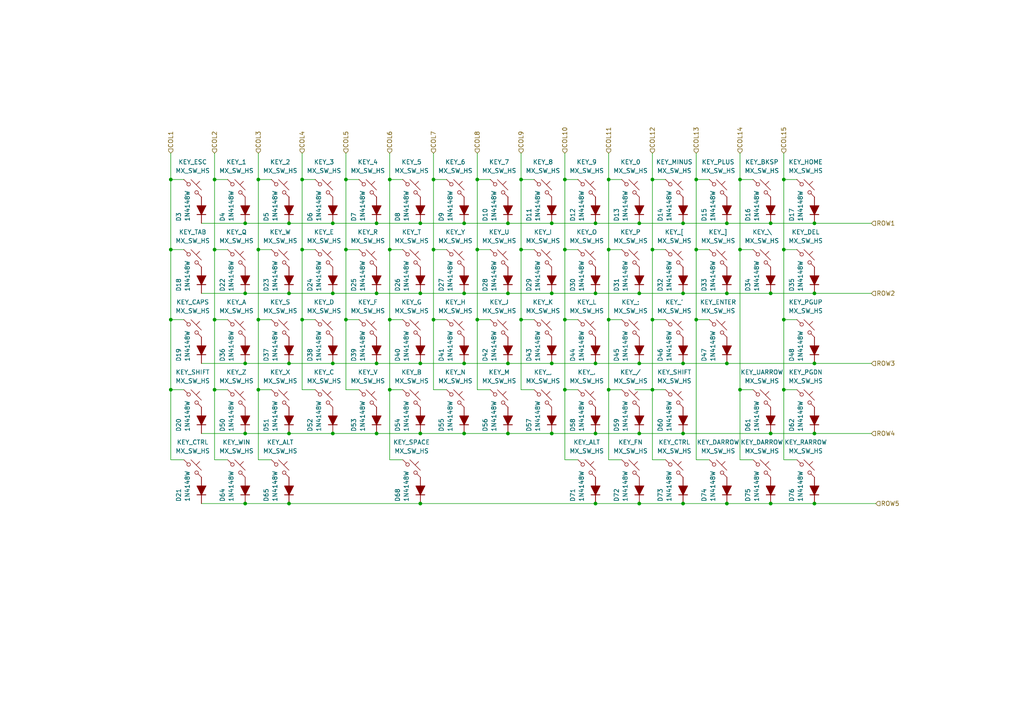
<source format=kicad_sch>
(kicad_sch (version 20250114) (generator "eeschema") (generator_version "9.0")
  (paper "A4")
  (junction (at 227.33 72.39))
  (junction (at 223.52 146.05))
  (junction (at 151.13 92.71))
  (junction (at 74.93 92.71))
  (junction (at 147.32 125.73))
  (junction (at 138.43 72.39))
  (junction (at 83.82 85.09))
  (junction (at 198.12 85.09))
  (junction (at 210.82 85.09))
  (junction (at 109.22 64.77))
  (junction (at 113.03 113.03))
  (junction (at 210.82 105.41))
  (junction (at 227.33 92.71))
  (junction (at 176.53 113.03))
  (junction (at 147.32 105.41))
  (junction (at 83.82 125.73))
  (junction (at 138.43 52.07))
  (junction (at 62.23 92.71))
  (junction (at 96.52 125.73))
  (junction (at 62.23 113.03))
  (junction (at 160.02 85.09))
  (junction (at 163.83 92.71))
  (junction (at 74.93 72.39))
  (junction (at 223.52 125.73))
  (junction (at 214.63 113.03))
  (junction (at 71.12 125.73))
  (junction (at 134.62 105.41))
  (junction (at 236.22 146.05))
  (junction (at 96.52 105.41))
  (junction (at 134.62 85.09))
  (junction (at 71.12 64.77))
  (junction (at 201.93 72.39))
  (junction (at 198.12 146.05))
  (junction (at 160.02 125.73))
  (junction (at 83.82 105.41))
  (junction (at 96.52 64.77))
  (junction (at 201.93 92.71))
  (junction (at 198.12 125.73))
  (junction (at 223.52 64.77))
  (junction (at 189.23 113.03))
  (junction (at 62.23 72.39))
  (junction (at 121.92 105.41))
  (junction (at 236.22 85.09))
  (junction (at 185.42 146.05))
  (junction (at 151.13 52.07))
  (junction (at 71.12 85.09))
  (junction (at 189.23 52.07))
  (junction (at 176.53 52.07))
  (junction (at 87.63 52.07))
  (junction (at 198.12 64.77))
  (junction (at 113.03 52.07))
  (junction (at 49.53 72.39))
  (junction (at 185.42 85.09))
  (junction (at 138.43 92.71))
  (junction (at 172.72 85.09))
  (junction (at 100.33 72.39))
  (junction (at 189.23 72.39))
  (junction (at 74.93 113.03))
  (junction (at 176.53 92.71))
  (junction (at 121.92 125.73))
  (junction (at 210.82 146.05))
  (junction (at 125.73 72.39))
  (junction (at 109.22 125.73))
  (junction (at 121.92 85.09))
  (junction (at 172.72 146.05))
  (junction (at 71.12 146.05))
  (junction (at 227.33 52.07))
  (junction (at 121.92 64.77))
  (junction (at 109.22 85.09))
  (junction (at 109.22 105.41))
  (junction (at 134.62 64.77))
  (junction (at 49.53 113.03))
  (junction (at 125.73 92.71))
  (junction (at 189.23 92.71))
  (junction (at 87.63 72.39))
  (junction (at 185.42 105.41))
  (junction (at 83.82 146.05))
  (junction (at 236.22 105.41))
  (junction (at 62.23 52.07))
  (junction (at 49.53 52.07))
  (junction (at 163.83 52.07))
  (junction (at 172.72 64.77))
  (junction (at 160.02 105.41))
  (junction (at 96.52 85.09))
  (junction (at 113.03 72.39))
  (junction (at 227.33 113.03))
  (junction (at 160.02 64.77))
  (junction (at 74.93 52.07))
  (junction (at 71.12 105.41))
  (junction (at 83.82 64.77))
  (junction (at 210.82 64.77))
  (junction (at 100.33 92.71))
  (junction (at 134.62 125.73))
  (junction (at 125.73 52.07))
  (junction (at 214.63 72.39))
  (junction (at 151.13 72.39))
  (junction (at 100.33 52.07))
  (junction (at 121.92 146.05))
  (junction (at 198.12 105.41))
  (junction (at 163.83 113.03))
  (junction (at 172.72 105.41))
  (junction (at 176.53 72.39))
  (junction (at 147.32 85.09))
  (junction (at 172.72 125.73))
  (junction (at 236.22 125.73))
  (junction (at 163.83 72.39))
  (junction (at 87.63 92.71))
  (junction (at 214.63 52.07))
  (junction (at 147.32 64.77))
  (junction (at 185.42 125.73))
  (junction (at 201.93 52.07))
  (junction (at 49.53 92.71))
  (junction (at 185.42 64.77))
  (junction (at 223.52 85.09))
  (junction (at 236.22 64.77))
  (junction (at 113.03 92.71))
  (wire (pts (xy 163.83 113.03) (xy 167.64 113.03)))
  (wire (pts (xy 198.12 146.05) (xy 210.82 146.05)))
  (wire (pts (xy 113.03 52.07) (xy 113.03 72.39)))
  (wire (pts (xy 138.43 44.45) (xy 138.43 52.07)))
  (wire (pts (xy 172.72 64.77) (xy 185.42 64.77)))
  (wire (pts (xy 87.63 72.39) (xy 87.63 92.71)))
  (wire (pts (xy 227.33 72.39) (xy 231.14 72.39)))
  (wire (pts (xy 227.33 52.07) (xy 227.33 72.39)))
  (wire (pts (xy 100.33 92.71) (xy 100.33 113.03)))
  (wire (pts (xy 163.83 72.39) (xy 167.64 72.39)))
  (wire (pts (xy 151.13 72.39) (xy 151.13 92.71)))
  (wire (pts (xy 163.83 92.71) (xy 163.83 113.03)))
  (wire (pts (xy 74.93 113.03) (xy 74.93 133.35)))
  (wire (pts (xy 151.13 44.45) (xy 151.13 52.07)))
  (wire (pts (xy 176.53 52.07) (xy 180.34 52.07)))
  (wire (pts (xy 223.52 146.05) (xy 236.22 146.05)))
  (wire (pts (xy 49.53 113.03) (xy 53.34 113.03)))
  (wire (pts (xy 83.82 105.41) (xy 71.12 105.41)))
  (wire (pts (xy 74.93 133.35) (xy 78.74 133.35)))
  (wire (pts (xy 176.53 92.71) (xy 180.34 92.71)))
  (wire (pts (xy 236.22 105.41) (xy 252.73 105.41)))
  (wire (pts (xy 113.03 72.39) (xy 116.84 72.39)))
  (wire (pts (xy 49.53 44.45) (xy 49.53 52.07)))
  (wire (pts (xy 49.53 133.35) (xy 53.34 133.35)))
  (wire (pts (xy 223.52 64.77) (xy 236.22 64.77)))
  (wire (pts (xy 121.92 125.73) (xy 109.22 125.73)))
  (wire (pts (xy 49.53 92.71) (xy 53.34 92.71)))
  (wire (pts (xy 214.63 133.35) (xy 218.44 133.35)))
  (wire (pts (xy 147.32 85.09) (xy 134.62 85.09)))
  (wire (pts (xy 198.12 105.41) (xy 185.42 105.41)))
  (wire (pts (xy 87.63 52.07) (xy 91.44 52.07)))
  (wire (pts (xy 83.82 64.77) (xy 96.52 64.77)))
  (wire (pts (xy 198.12 85.09) (xy 185.42 85.09)))
  (wire (pts (xy 160.02 64.77) (xy 172.72 64.77)))
  (wire (pts (xy 163.83 52.07) (xy 167.64 52.07)))
  (wire (pts (xy 227.33 133.35) (xy 231.14 133.35)))
  (wire (pts (xy 134.62 85.09) (xy 121.92 85.09)))
  (wire (pts (xy 138.43 52.07) (xy 142.24 52.07)))
  (wire (pts (xy 83.82 125.73) (xy 71.12 125.73)))
  (wire (pts (xy 227.33 44.45) (xy 227.33 52.07)))
  (wire (pts (xy 74.93 72.39) (xy 74.93 92.71)))
  (wire (pts (xy 214.63 113.03) (xy 214.63 133.35)))
  (wire (pts (xy 125.73 52.07) (xy 129.54 52.07)))
  (wire (pts (xy 163.83 133.35) (xy 167.64 133.35)))
  (wire (pts (xy 160.02 105.41) (xy 147.32 105.41)))
  (wire (pts (xy 96.52 125.73) (xy 83.82 125.73)))
  (wire (pts (xy 205.74 92.71) (xy 201.93 92.71)))
  (wire (pts (xy 74.93 52.07) (xy 74.93 72.39)))
  (wire (pts (xy 252.73 85.09) (xy 236.22 85.09)))
  (wire (pts (xy 87.63 72.39) (xy 91.44 72.39)))
  (wire (pts (xy 109.22 85.09) (xy 96.52 85.09)))
  (wire (pts (xy 198.12 105.41) (xy 210.82 105.41)))
  (wire (pts (xy 74.93 52.07) (xy 78.74 52.07)))
  (wire (pts (xy 138.43 113.03) (xy 142.24 113.03)))
  (wire (pts (xy 236.22 125.73) (xy 252.73 125.73)))
  (wire (pts (xy 71.12 85.09) (xy 58.42 85.09)))
  (wire (pts (xy 198.12 64.77) (xy 210.82 64.77)))
  (wire (pts (xy 113.03 113.03) (xy 116.84 113.03)))
  (wire (pts (xy 71.12 146.05) (xy 58.42 146.05)))
  (wire (pts (xy 151.13 72.39) (xy 154.94 72.39)))
  (wire (pts (xy 96.52 64.77) (xy 109.22 64.77)))
  (wire (pts (xy 87.63 44.45) (xy 87.63 52.07)))
  (wire (pts (xy 176.53 72.39) (xy 176.53 92.71)))
  (wire (pts (xy 74.93 72.39) (xy 78.74 72.39)))
  (wire (pts (xy 58.42 64.77) (xy 71.12 64.77)))
  (wire (pts (xy 121.92 85.09) (xy 109.22 85.09)))
  (wire (pts (xy 227.33 113.03) (xy 231.14 113.03)))
  (wire (pts (xy 62.23 113.03) (xy 62.23 133.35)))
  (wire (pts (xy 163.83 113.03) (xy 163.83 133.35)))
  (wire (pts (xy 236.22 146.05) (xy 254 146.05)))
  (wire (pts (xy 176.53 44.45) (xy 176.53 52.07)))
  (wire (pts (xy 223.52 125.73) (xy 236.22 125.73)))
  (wire (pts (xy 172.72 125.73) (xy 160.02 125.73)))
  (wire (pts (xy 198.12 125.73) (xy 223.52 125.73)))
  (wire (pts (xy 189.23 72.39) (xy 189.23 92.71)))
  (wire (pts (xy 125.73 44.45) (xy 125.73 52.07)))
  (wire (pts (xy 189.23 92.71) (xy 189.23 113.03)))
  (wire (pts (xy 172.72 146.05) (xy 185.42 146.05)))
  (wire (pts (xy 160.02 125.73) (xy 147.32 125.73)))
  (wire (pts (xy 100.33 113.03) (xy 104.14 113.03)))
  (wire (pts (xy 201.93 72.39) (xy 205.74 72.39)))
  (wire (pts (xy 96.52 105.41) (xy 83.82 105.41)))
  (wire (pts (xy 125.73 72.39) (xy 125.73 92.71)))
  (wire (pts (xy 201.93 52.07) (xy 205.74 52.07)))
  (wire (pts (xy 62.23 72.39) (xy 66.04 72.39)))
  (wire (pts (xy 96.52 85.09) (xy 83.82 85.09)))
  (wire (pts (xy 62.23 72.39) (xy 62.23 92.71)))
  (wire (pts (xy 100.33 44.45) (xy 100.33 52.07)))
  (wire (pts (xy 121.92 64.77) (xy 134.62 64.77)))
  (wire (pts (xy 185.42 125.73) (xy 198.12 125.73)))
  (wire (pts (xy 62.23 52.07) (xy 66.04 52.07)))
  (wire (pts (xy 151.13 92.71) (xy 154.94 92.71)))
  (wire (pts (xy 83.82 85.09) (xy 71.12 85.09)))
  (wire (pts (xy 176.53 72.39) (xy 180.34 72.39)))
  (wire (pts (xy 223.52 85.09) (xy 210.82 85.09)))
  (wire (pts (xy 176.53 133.35) (xy 180.34 133.35)))
  (wire (pts (xy 71.12 125.73) (xy 58.42 125.73)))
  (wire (pts (xy 201.93 133.35) (xy 205.74 133.35)))
  (wire (pts (xy 147.32 125.73) (xy 134.62 125.73)))
  (wire (pts (xy 113.03 113.03) (xy 113.03 133.35)))
  (wire (pts (xy 100.33 92.71) (xy 104.14 92.71)))
  (wire (pts (xy 201.93 52.07) (xy 201.93 72.39)))
  (wire (pts (xy 185.42 85.09) (xy 172.72 85.09)))
  (wire (pts (xy 109.22 64.77) (xy 121.92 64.77)))
  (wire (pts (xy 214.63 52.07) (xy 218.44 52.07)))
  (wire (pts (xy 121.92 105.41) (xy 109.22 105.41)))
  (wire (pts (xy 100.33 52.07) (xy 104.14 52.07)))
  (wire (pts (xy 49.53 72.39) (xy 49.53 92.71)))
  (wire (pts (xy 138.43 72.39) (xy 138.43 92.71)))
  (wire (pts (xy 138.43 92.71) (xy 138.43 113.03)))
  (wire (pts (xy 74.93 44.45) (xy 74.93 52.07)))
  (wire (pts (xy 121.92 146.05) (xy 172.72 146.05)))
  (wire (pts (xy 214.63 52.07) (xy 214.63 72.39)))
  (wire (pts (xy 151.13 52.07) (xy 154.94 52.07)))
  (wire (pts (xy 189.23 113.03) (xy 193.04 113.03)))
  (wire (pts (xy 189.23 44.45) (xy 189.23 52.07)))
  (wire (pts (xy 100.33 52.07) (xy 100.33 72.39)))
  (wire (pts (xy 100.33 72.39) (xy 100.33 92.71)))
  (wire (pts (xy 151.13 92.71) (xy 151.13 113.03)))
  (wire (pts (xy 49.53 52.07) (xy 53.34 52.07)))
  (wire (pts (xy 214.63 44.45) (xy 214.63 52.07)))
  (wire (pts (xy 189.23 52.07) (xy 193.04 52.07)))
  (wire (pts (xy 109.22 105.41) (xy 96.52 105.41)))
  (wire (pts (xy 83.82 146.05) (xy 121.92 146.05)))
  (wire (pts (xy 227.33 92.71) (xy 227.33 113.03)))
  (wire (pts (xy 138.43 72.39) (xy 142.24 72.39)))
  (wire (pts (xy 109.22 125.73) (xy 96.52 125.73)))
  (wire (pts (xy 62.23 133.35) (xy 66.04 133.35)))
  (wire (pts (xy 172.72 105.41) (xy 160.02 105.41)))
  (wire (pts (xy 151.13 52.07) (xy 151.13 72.39)))
  (wire (pts (xy 125.73 113.03) (xy 125.73 92.71)))
  (wire (pts (xy 227.33 92.71) (xy 231.14 92.71)))
  (wire (pts (xy 201.93 92.71) (xy 201.93 133.35)))
  (wire (pts (xy 210.82 85.09) (xy 198.12 85.09)))
  (wire (pts (xy 236.22 85.09) (xy 223.52 85.09)))
  (wire (pts (xy 71.12 64.77) (xy 83.82 64.77)))
  (wire (pts (xy 125.73 92.71) (xy 129.54 92.71)))
  (wire (pts (xy 62.23 92.71) (xy 62.23 113.03)))
  (wire (pts (xy 189.23 113.03) (xy 189.23 133.35)))
  (wire (pts (xy 236.22 64.77) (xy 252.73 64.77)))
  (wire (pts (xy 62.23 52.07) (xy 62.23 72.39)))
  (wire (pts (xy 176.53 113.03) (xy 176.53 133.35)))
  (wire (pts (xy 210.82 146.05) (xy 223.52 146.05)))
  (wire (pts (xy 147.32 105.41) (xy 134.62 105.41)))
  (wire (pts (xy 74.93 113.03) (xy 78.74 113.03)))
  (wire (pts (xy 113.03 133.35) (xy 116.84 133.35)))
  (wire (pts (xy 218.44 113.03) (xy 214.63 113.03)))
  (wire (pts (xy 227.33 52.07) (xy 231.14 52.07)))
  (wire (pts (xy 193.04 92.71) (xy 189.23 92.71)))
  (wire (pts (xy 49.53 113.03) (xy 49.53 133.35)))
  (wire (pts (xy 163.83 44.45) (xy 163.83 52.07)))
  (wire (pts (xy 189.23 52.07) (xy 189.23 72.39)))
  (wire (pts (xy 125.73 113.03) (xy 129.54 113.03)))
  (wire (pts (xy 227.33 113.03) (xy 227.33 133.35)))
  (wire (pts (xy 62.23 113.03) (xy 66.04 113.03)))
  (wire (pts (xy 138.43 92.71) (xy 142.24 92.71)))
  (wire (pts (xy 134.62 125.73) (xy 121.92 125.73)))
  (wire (pts (xy 151.13 113.03) (xy 154.94 113.03)))
  (wire (pts (xy 113.03 52.07) (xy 116.84 52.07)))
  (wire (pts (xy 87.63 92.71) (xy 87.63 113.03)))
  (wire (pts (xy 74.93 92.71) (xy 78.74 92.71)))
  (wire (pts (xy 184.15 113.03) (xy 189.23 113.03)))
  (wire (pts (xy 227.33 72.39) (xy 227.33 92.71)))
  (wire (pts (xy 163.83 52.07) (xy 163.83 72.39)))
  (wire (pts (xy 185.42 105.41) (xy 172.72 105.41)))
  (wire (pts (xy 185.42 64.77) (xy 198.12 64.77)))
  (wire (pts (xy 62.23 44.45) (xy 62.23 52.07)))
  (wire (pts (xy 49.53 72.39) (xy 53.34 72.39)))
  (wire (pts (xy 163.83 92.71) (xy 167.64 92.71)))
  (wire (pts (xy 189.23 72.39) (xy 193.04 72.39)))
  (wire (pts (xy 125.73 52.07) (xy 125.73 72.39)))
  (wire (pts (xy 83.82 146.05) (xy 71.12 146.05)))
  (wire (pts (xy 185.42 125.73) (xy 172.72 125.73)))
  (wire (pts (xy 214.63 113.03) (xy 214.63 72.39)))
  (wire (pts (xy 138.43 52.07) (xy 138.43 72.39)))
  (wire (pts (xy 134.62 64.77) (xy 147.32 64.77)))
  (wire (pts (xy 113.03 92.71) (xy 113.03 113.03)))
  (wire (pts (xy 71.12 105.41) (xy 58.42 105.41)))
  (wire (pts (xy 189.23 133.35) (xy 193.04 133.35)))
  (wire (pts (xy 185.42 146.05) (xy 198.12 146.05)))
  (wire (pts (xy 49.53 92.71) (xy 49.53 113.03)))
  (wire (pts (xy 113.03 72.39) (xy 113.03 92.71)))
  (wire (pts (xy 74.93 92.71) (xy 74.93 113.03)))
  (wire (pts (xy 100.33 72.39) (xy 104.14 72.39)))
  (wire (pts (xy 172.72 85.09) (xy 160.02 85.09)))
  (wire (pts (xy 210.82 64.77) (xy 223.52 64.77)))
  (wire (pts (xy 176.53 113.03) (xy 180.34 113.03)))
  (wire (pts (xy 49.53 52.07) (xy 49.53 72.39)))
  (wire (pts (xy 163.83 72.39) (xy 163.83 92.71)))
  (wire (pts (xy 113.03 92.71) (xy 116.84 92.71)))
  (wire (pts (xy 62.23 92.71) (xy 66.04 92.71)))
  (wire (pts (xy 134.62 105.41) (xy 121.92 105.41)))
  (wire (pts (xy 147.32 64.77) (xy 160.02 64.77)))
  (wire (pts (xy 176.53 52.07) (xy 176.53 72.39)))
  (wire (pts (xy 210.82 105.41) (xy 236.22 105.41)))
  (wire (pts (xy 87.63 113.03) (xy 91.44 113.03)))
  (wire (pts (xy 87.63 92.71) (xy 91.44 92.71)))
  (wire (pts (xy 113.03 44.45) (xy 113.03 52.07)))
  (wire (pts (xy 125.73 72.39) (xy 129.54 72.39)))
  (wire (pts (xy 201.93 72.39) (xy 201.93 92.71)))
  (wire (pts (xy 201.93 44.45) (xy 201.93 52.07)))
  (wire (pts (xy 214.63 72.39) (xy 218.44 72.39)))
  (wire (pts (xy 176.53 92.71) (xy 176.53 113.03)))
  (wire (pts (xy 160.02 85.09) (xy 147.32 85.09)))
  (wire (pts (xy 87.63 52.07) (xy 87.63 72.39)))
  (hierarchical_label "COL2" (shape input) (at 62.23 44.45 90))
  (hierarchical_label "COL4" (shape input) (at 87.63 44.45 90))
  (hierarchical_label "ROW1" (shape input) (at 252.73 64.77 0))
  (hierarchical_label "COL7" (shape input) (at 125.73 44.45 90))
  (hierarchical_label "COL3" (shape input) (at 74.93 44.45 90))
  (hierarchical_label "COL6" (shape input) (at 113.03 44.45 90))
  (hierarchical_label "ROW4" (shape input) (at 252.73 125.73 0))
  (hierarchical_label "COL12" (shape input) (at 189.23 44.45 90))
  (hierarchical_label "ROW3" (shape input) (at 252.73 105.41 0))
  (hierarchical_label "COL11" (shape input) (at 176.53 44.45 90))
  (hierarchical_label "COL1" (shape input) (at 49.53 44.45 90))
  (hierarchical_label "COL13" (shape input) (at 201.93 44.45 90))
  (hierarchical_label "COL10" (shape input) (at 163.83 44.45 90))
  (hierarchical_label "ROW2" (shape input) (at 252.73 85.09 0))
  (hierarchical_label "COL14" (shape input) (at 214.63 44.45 90))
  (hierarchical_label "COL9" (shape input) (at 151.13 44.45 90))
  (hierarchical_label "COL8" (shape input) (at 138.43 44.45 90))
  (hierarchical_label "COL5" (shape input) (at 100.33 44.45 90))
  (hierarchical_label "COL15" (shape input) (at 227.33 44.45 90))
  (hierarchical_label "ROW5" (shape input) (at 254 146.05 0))
  (symbol (lib_id "PCM_marbastlib-mx:MX_SW_HS_CPG151101S11") (at 132.08 115.57 0) (unit 1)
    (property "Reference" "KEY_N" (at 132.08 107.95 0))
    (property "Value" "MX_SW_HS" (at 132.08 110.49 0))
    (property "Footprint" "PCM_marbastlib-mx:SW_MX_HS_CPG151101S11_1u" (effects (hide yes)))
    (property "Description" "Push button switch, normally open, two pins, 45° tilted, Kailh CPG151101S11 for Cherry MX style switches" (effects (hide yes)))
  )
  (symbol (lib_id "PCM_marbastlib-mx:MX_SW_HS_CPG151101S11") (at 170.18 74.93 0) (unit 1)
    (property "Reference" "KEY_O" (at 170.18 67.31 0))
    (property "Value" "MX_SW_HS" (at 170.18 69.85 0))
    (property "Footprint" "PCM_marbastlib-mx:SW_MX_HS_CPG151101S11_1u" (effects (hide yes)))
    (property "Description" "Push button switch, normally open, two pins, 45° tilted, Kailh CPG151101S11 for Cherry MX style switches" (effects (hide yes)))
  )
  (symbol (lib_id "PCM_marbastlib-mx:MX_SW_HS_CPG151101S11") (at 144.78 95.25 0) (unit 1)
    (property "Reference" "KEY_J" (at 144.78 87.63 0))
    (property "Value" "MX_SW_HS" (at 144.78 90.17 0))
    (property "Footprint" "PCM_marbastlib-mx:SW_MX_HS_CPG151101S11_1u" (effects (hide yes)))
    (property "Description" "Push button switch, normally open, two pins, 45° tilted, Kailh CPG151101S11 for Cherry MX style switches" (effects (hide yes)))
  )
  (symbol (lib_id "PCM_marbastlib-mx:MX_SW_HS_CPG151101S11") (at 170.18 135.89 0) (unit 1)
    (property "Reference" "KEY_ALT" (at 170.18 128.27 0))
    (property "Value" "MX_SW_HS" (at 170.18 130.81 0))
    (property "Footprint" "PCM_marbastlib-mx:SW_MX_HS_CPG151101S11_1u" (effects (hide yes)))
    (property "Description" "Push button switch, normally open, two pins, 45° tilted, Kailh CPG151101S11 for Cherry MX style switches" (effects (hide yes)))
  )
  (symbol (lib_id "PCM_Diode_AKL:1N4148W") (at 236.22 81.28 270) (unit 1)
    (property "Reference" "D35" (at 229.616 84.582 0) (effects (justify right)))
    (property "Value" "1N4148W" (at 232.156 84.582 0) (effects (justify right)))
    (property "Footprint" "PCM_Diode_SMD_AKL:D_SOD-123" (effects (hide yes)))
    (property "Datasheet" "https://datasheet.octopart.com/1N4148W-HE3-18-Vishay-datasheet-17291302.pdf" (effects (hide yes)))
    (property "Description" "SOD-123 Diode, Small Signal, Fast Switching, 75V, 150mA, 4ns, Alternate KiCad Library" (effects (hide yes)))
  )
  (symbol (lib_id "PCM_Diode_AKL:1N4148W") (at 121.92 142.24 270) (unit 1)
    (property "Reference" "D68" (at 115.316 145.542 0) (effects (justify right)))
    (property "Value" "1N4148W" (at 117.856 145.542 0) (effects (justify right)))
    (property "Footprint" "PCM_Diode_SMD_AKL:D_SOD-123" (effects (hide yes)))
    (property "Datasheet" "https://datasheet.octopart.com/1N4148W-HE3-18-Vishay-datasheet-17291302.pdf" (effects (hide yes)))
    (property "Description" "SOD-123 Diode, Small Signal, Fast Switching, 75V, 150mA, 4ns, Alternate KiCad Library" (effects (hide yes)))
  )
  (symbol (lib_id "PCM_Diode_AKL:1N4148W") (at 71.12 101.6 270) (unit 1)
    (property "Reference" "D36" (at 64.516 104.902 0) (effects (justify right)))
    (property "Value" "1N4148W" (at 67.056 104.902 0) (effects (justify right)))
    (property "Footprint" "PCM_Diode_SMD_AKL:D_SOD-123" (effects (hide yes)))
    (property "Datasheet" "https://datasheet.octopart.com/1N4148W-HE3-18-Vishay-datasheet-17291302.pdf" (effects (hide yes)))
    (property "Description" "SOD-123 Diode, Small Signal, Fast Switching, 75V, 150mA, 4ns, Alternate KiCad Library" (effects (hide yes)))
  )
  (symbol (lib_id "PCM_marbastlib-mx:MX_SW_HS_CPG151101S11") (at 81.28 135.89 0) (unit 1)
    (property "Reference" "KEY_ALT" (at 81.28 128.27 0))
    (property "Value" "MX_SW_HS" (at 81.28 130.81 0))
    (property "Footprint" "PCM_marbastlib-mx:SW_MX_HS_CPG151101S11_1u" (effects (hide yes)))
    (property "Description" "Push button switch, normally open, two pins, 45° tilted, Kailh CPG151101S11 for Cherry MX style switches" (effects (hide yes)))
  )
  (symbol (lib_id "PCM_Diode_AKL:1N4148W") (at 134.62 81.28 270) (unit 1)
    (property "Reference" "D27" (at 128.016 84.582 0) (effects (justify right)))
    (property "Value" "1N4148W" (at 130.556 84.582 0) (effects (justify right)))
    (property "Footprint" "PCM_Diode_SMD_AKL:D_SOD-123" (effects (hide yes)))
    (property "Datasheet" "https://datasheet.octopart.com/1N4148W-HE3-18-Vishay-datasheet-17291302.pdf" (effects (hide yes)))
    (property "Description" "SOD-123 Diode, Small Signal, Fast Switching, 75V, 150mA, 4ns, Alternate KiCad Library" (effects (hide yes)))
  )
  (symbol (lib_id "PCM_marbastlib-mx:MX_SW_HS_CPG151101S11") (at 220.98 74.93 0) (unit 1)
    (property "Reference" "KEY_\\" (at 220.98 67.31 0))
    (property "Value" "MX_SW_HS" (at 220.98 69.85 0))
    (property "Footprint" "PCM_marbastlib-mx:SW_MX_HS_CPG151101S11_1u" (effects (hide yes)))
    (property "Description" "Push button switch, normally open, two pins, 45° tilted, Kailh CPG151101S11 for Cherry MX style switches" (effects (hide yes)))
  )
  (symbol (lib_id "PCM_marbastlib-mx:MX_SW_HS_CPG151101S11") (at 233.68 115.57 0) (unit 1)
    (property "Reference" "KEY_PGDN" (at 233.68 107.95 0))
    (property "Value" "MX_SW_HS" (at 233.68 110.49 0))
    (property "Footprint" "PCM_marbastlib-mx:SW_MX_HS_CPG151101S11_1u" (effects (hide yes)))
    (property "Description" "Push button switch, normally open, two pins, 45° tilted, Kailh CPG151101S11 for Cherry MX style switches" (effects (hide yes)))
  )
  (symbol (lib_id "PCM_marbastlib-mx:MX_SW_HS_CPG151101S11") (at 233.68 135.89 0) (unit 1)
    (property "Reference" "KEY_RARROW" (at 233.68 128.27 0))
    (property "Value" "MX_SW_HS" (at 233.68 130.81 0))
    (property "Footprint" "PCM_marbastlib-mx:SW_MX_HS_CPG151101S11_1u" (effects (hide yes)))
    (property "Description" "Push button switch, normally open, two pins, 45° tilted, Kailh CPG151101S11 for Cherry MX style switches" (effects (hide yes)))
  )
  (symbol (lib_id "PCM_Diode_AKL:1N4148W") (at 160.02 60.96 270) (unit 1)
    (property "Reference" "D11" (at 153.416 64.262 0) (effects (justify right)))
    (property "Value" "1N4148W" (at 155.956 64.262 0) (effects (justify right)))
    (property "Footprint" "PCM_Diode_SMD_AKL:D_SOD-123" (effects (hide yes)))
    (property "Datasheet" "https://datasheet.octopart.com/1N4148W-HE3-18-Vishay-datasheet-17291302.pdf" (effects (hide yes)))
    (property "Description" "SOD-123 Diode, Small Signal, Fast Switching, 75V, 150mA, 4ns, Alternate KiCad Library" (effects (hide yes)))
  )
  (symbol (lib_id "PCM_Diode_AKL:1N4148W") (at 96.52 121.92 270) (unit 1)
    (property "Reference" "D52" (at 89.916 125.222 0) (effects (justify right)))
    (property "Value" "1N4148W" (at 92.456 125.222 0) (effects (justify right)))
    (property "Footprint" "PCM_Diode_SMD_AKL:D_SOD-123" (effects (hide yes)))
    (property "Datasheet" "https://datasheet.octopart.com/1N4148W-HE3-18-Vishay-datasheet-17291302.pdf" (effects (hide yes)))
    (property "Description" "SOD-123 Diode, Small Signal, Fast Switching, 75V, 150mA, 4ns, Alternate KiCad Library" (effects (hide yes)))
  )
  (symbol (lib_id "PCM_Diode_AKL:1N4148W") (at 198.12 121.92 270) (unit 1)
    (property "Reference" "D60" (at 191.516 125.222 0) (effects (justify right)))
    (property "Value" "1N4148W" (at 194.056 125.222 0) (effects (justify right)))
    (property "Footprint" "PCM_Diode_SMD_AKL:D_SOD-123" (effects (hide yes)))
    (property "Datasheet" "https://datasheet.octopart.com/1N4148W-HE3-18-Vishay-datasheet-17291302.pdf" (effects (hide yes)))
    (property "Description" "SOD-123 Diode, Small Signal, Fast Switching, 75V, 150mA, 4ns, Alternate KiCad Library" (effects (hide yes)))
  )
  (symbol (lib_id "PCM_marbastlib-mx:MX_SW_HS_CPG151101S11") (at 182.88 54.61 0) (unit 1)
    (property "Reference" "KEY_0" (at 182.88 46.99 0))
    (property "Value" "MX_SW_HS" (at 182.88 49.53 0))
    (property "Footprint" "PCM_marbastlib-mx:SW_MX_HS_CPG151101S11_1u" (effects (hide yes)))
    (property "Description" "Push button switch, normally open, two pins, 45° tilted, Kailh CPG151101S11 for Cherry MX style switches" (effects (hide yes)))
  )
  (symbol (lib_id "PCM_Diode_AKL:1N4148W") (at 147.32 81.28 270) (unit 1)
    (property "Reference" "D28" (at 140.716 84.582 0) (effects (justify right)))
    (property "Value" "1N4148W" (at 143.256 84.582 0) (effects (justify right)))
    (property "Footprint" "PCM_Diode_SMD_AKL:D_SOD-123" (effects (hide yes)))
    (property "Datasheet" "https://datasheet.octopart.com/1N4148W-HE3-18-Vishay-datasheet-17291302.pdf" (effects (hide yes)))
    (property "Description" "SOD-123 Diode, Small Signal, Fast Switching, 75V, 150mA, 4ns, Alternate KiCad Library" (effects (hide yes)))
  )
  (symbol (lib_id "PCM_marbastlib-mx:MX_SW_HS_CPG151101S11") (at 195.58 74.93 0) (unit 1)
    (property "Reference" "KEY_[" (at 195.58 67.31 0))
    (property "Value" "MX_SW_HS" (at 195.58 69.85 0))
    (property "Footprint" "PCM_marbastlib-mx:SW_MX_HS_CPG151101S11_1u" (effects (hide yes)))
    (property "Description" "Push button switch, normally open, two pins, 45° tilted, Kailh CPG151101S11 for Cherry MX style switches" (effects (hide yes)))
  )
  (symbol (lib_id "PCM_marbastlib-mx:MX_SW_HS_CPG151101S11") (at 208.28 135.89 0) (unit 1)
    (property "Reference" "KEY_DARROW" (at 208.28 128.27 0))
    (property "Value" "MX_SW_HS" (at 208.28 130.81 0))
    (property "Footprint" "PCM_marbastlib-mx:SW_MX_HS_CPG151101S11_1u" (effects (hide yes)))
    (property "Description" "Push button switch, normally open, two pins, 45° tilted, Kailh CPG151101S11 for Cherry MX style switches" (effects (hide yes)))
  )
  (symbol (lib_id "PCM_marbastlib-mx:MX_SW_HS_CPG151101S11") (at 195.58 115.57 0) (unit 1)
    (property "Reference" "KEY_SHIFT" (at 195.58 107.95 0))
    (property "Value" "MX_SW_HS" (at 195.58 110.49 0))
    (property "Footprint" "PCM_marbastlib-mx:SW_MX_HS_CPG151101S11_1u" (effects (hide yes)))
    (property "Description" "Push button switch, normally open, two pins, 45° tilted, Kailh CPG151101S11 for Cherry MX style switches" (effects (hide yes)))
  )
  (symbol (lib_id "PCM_Diode_AKL:1N4148W") (at 198.12 81.28 270) (unit 1)
    (property "Reference" "D32" (at 191.516 84.582 0) (effects (justify right)))
    (property "Value" "1N4148W" (at 194.056 84.582 0) (effects (justify right)))
    (property "Footprint" "PCM_Diode_SMD_AKL:D_SOD-123" (effects (hide yes)))
    (property "Datasheet" "https://datasheet.octopart.com/1N4148W-HE3-18-Vishay-datasheet-17291302.pdf" (effects (hide yes)))
    (property "Description" "SOD-123 Diode, Small Signal, Fast Switching, 75V, 150mA, 4ns, Alternate KiCad Library" (effects (hide yes)))
  )
  (symbol (lib_id "PCM_Diode_AKL:1N4148W") (at 185.42 142.24 270) (unit 1)
    (property "Reference" "D72" (at 178.816 145.542 0) (effects (justify right)))
    (property "Value" "1N4148W" (at 181.356 145.542 0) (effects (justify right)))
    (property "Footprint" "PCM_Diode_SMD_AKL:D_SOD-123" (effects (hide yes)))
    (property "Datasheet" "https://datasheet.octopart.com/1N4148W-HE3-18-Vishay-datasheet-17291302.pdf" (effects (hide yes)))
    (property "Description" "SOD-123 Diode, Small Signal, Fast Switching, 75V, 150mA, 4ns, Alternate KiCad Library" (effects (hide yes)))
  )
  (symbol (lib_id "PCM_Diode_AKL:1N4148W") (at 147.32 121.92 270) (unit 1)
    (property "Reference" "D56" (at 140.716 125.222 0) (effects (justify right)))
    (property "Value" "1N4148W" (at 143.256 125.222 0) (effects (justify right)))
    (property "Footprint" "PCM_Diode_SMD_AKL:D_SOD-123" (effects (hide yes)))
    (property "Datasheet" "https://datasheet.octopart.com/1N4148W-HE3-18-Vishay-datasheet-17291302.pdf" (effects (hide yes)))
    (property "Description" "SOD-123 Diode, Small Signal, Fast Switching, 75V, 150mA, 4ns, Alternate KiCad Library" (effects (hide yes)))
  )
  (symbol (lib_id "PCM_marbastlib-mx:MX_SW_HS_CPG151101S11") (at 106.68 54.61 0) (unit 1)
    (property "Reference" "KEY_4" (at 106.68 46.99 0))
    (property "Value" "MX_SW_HS" (at 106.68 49.53 0))
    (property "Footprint" "PCM_marbastlib-mx:SW_MX_HS_CPG151101S11_1u" (effects (hide yes)))
    (property "Description" "Push button switch, normally open, two pins, 45° tilted, Kailh CPG151101S11 for Cherry MX style switches" (effects (hide yes)))
  )
  (symbol (lib_id "PCM_marbastlib-mx:MX_SW_HS_CPG151101S11") (at 157.48 74.93 0) (unit 1)
    (property "Reference" "KEY_I" (at 157.48 67.31 0))
    (property "Value" "MX_SW_HS" (at 157.48 69.85 0))
    (property "Footprint" "PCM_marbastlib-mx:SW_MX_HS_CPG151101S11_1u" (effects (hide yes)))
    (property "Description" "Push button switch, normally open, two pins, 45° tilted, Kailh CPG151101S11 for Cherry MX style switches" (effects (hide yes)))
  )
  (symbol (lib_id "PCM_marbastlib-mx:MX_SW_HS_CPG151101S11") (at 81.28 54.61 0) (unit 1)
    (property "Reference" "KEY_2" (at 81.28 46.99 0))
    (property "Value" "MX_SW_HS" (at 81.28 49.53 0))
    (property "Footprint" "PCM_marbastlib-mx:SW_MX_HS_CPG151101S11_1u" (effects (hide yes)))
    (property "Description" "Push button switch, normally open, two pins, 45° tilted, Kailh CPG151101S11 for Cherry MX style switches" (effects (hide yes)))
  )
  (symbol (lib_id "PCM_marbastlib-mx:MX_SW_HS_CPG151101S11") (at 157.48 54.61 0) (unit 1)
    (property "Reference" "KEY_8" (at 157.48 46.99 0))
    (property "Value" "MX_SW_HS" (at 157.48 49.53 0))
    (property "Footprint" "PCM_marbastlib-mx:SW_MX_HS_CPG151101S11_1u" (effects (hide yes)))
    (property "Description" "Push button switch, normally open, two pins, 45° tilted, Kailh CPG151101S11 for Cherry MX style switches" (effects (hide yes)))
  )
  (symbol (lib_id "PCM_marbastlib-mx:MX_SW_HS_CPG151101S11") (at 233.68 95.25 0) (unit 1)
    (property "Reference" "KEY_PGUP" (at 233.68 87.63 0))
    (property "Value" "MX_SW_HS" (at 233.68 90.17 0))
    (property "Footprint" "PCM_marbastlib-mx:SW_MX_HS_CPG151101S11_1u" (effects (hide yes)))
    (property "Description" "Push button switch, normally open, two pins, 45° tilted, Kailh CPG151101S11 for Cherry MX style switches" (effects (hide yes)))
  )
  (symbol (lib_id "PCM_marbastlib-mx:MX_SW_HS_CPG151101S11") (at 144.78 54.61 0) (unit 1)
    (property "Reference" "KEY_7" (at 144.78 46.99 0))
    (property "Value" "MX_SW_HS" (at 144.78 49.53 0))
    (property "Footprint" "PCM_marbastlib-mx:SW_MX_HS_CPG151101S11_1u" (effects (hide yes)))
    (property "Description" "Push button switch, normally open, two pins, 45° tilted, Kailh CPG151101S11 for Cherry MX style switches" (effects (hide yes)))
  )
  (symbol (lib_id "PCM_marbastlib-mx:MX_SW_HS_CPG151101S11") (at 220.98 54.61 0) (unit 1)
    (property "Reference" "KEY_BKSP" (at 220.98 46.99 0))
    (property "Value" "MX_SW_HS" (at 220.98 49.53 0))
    (property "Footprint" "PCM_marbastlib-mx:SW_MX_HS_CPG151101S11_1u" (effects (hide yes)))
    (property "Description" "Push button switch, normally open, two pins, 45° tilted, Kailh CPG151101S11 for Cherry MX style switches" (effects (hide yes)))
  )
  (symbol (lib_id "PCM_marbastlib-mx:MX_SW_HS_CPG151101S11") (at 55.88 135.89 0) (unit 1)
    (property "Reference" "KEY_CTRL" (at 55.88 128.27 0))
    (property "Value" "MX_SW_HS" (at 55.88 130.81 0))
    (property "Footprint" "PCM_marbastlib-mx:SW_MX_HS_CPG151101S11_1u" (effects (hide yes)))
    (property "Description" "Push button switch, normally open, two pins, 45° tilted, Kailh CPG151101S11 for Cherry MX style switches" (effects (hide yes)))
  )
  (symbol (lib_id "PCM_marbastlib-mx:MX_SW_HS_CPG151101S11") (at 68.58 95.25 0) (unit 1)
    (property "Reference" "KEY_A" (at 68.58 87.63 0))
    (property "Value" "MX_SW_HS" (at 68.58 90.17 0))
    (property "Footprint" "PCM_marbastlib-mx:SW_MX_HS_CPG151101S11_1u" (effects (hide yes)))
    (property "Description" "Push button switch, normally open, two pins, 45° tilted, Kailh CPG151101S11 for Cherry MX style switches" (effects (hide yes)))
  )
  (symbol (lib_id "PCM_marbastlib-mx:MX_SW_HS_CPG151101S11") (at 106.68 115.57 0) (unit 1)
    (property "Reference" "KEY_V" (at 106.68 107.95 0))
    (property "Value" "MX_SW_HS" (at 106.68 110.49 0))
    (property "Footprint" "PCM_marbastlib-mx:SW_MX_HS_CPG151101S11_1u" (effects (hide yes)))
    (property "Description" "Push button switch, normally open, two pins, 45° tilted, Kailh CPG151101S11 for Cherry MX style switches" (effects (hide yes)))
  )
  (symbol (lib_id "PCM_marbastlib-mx:MX_SW_HS_CPG151101S11") (at 93.98 74.93 0) (unit 1)
    (property "Reference" "KEY_E" (at 93.98 67.31 0))
    (property "Value" "MX_SW_HS" (at 93.98 69.85 0))
    (property "Footprint" "PCM_marbastlib-mx:SW_MX_HS_CPG151101S11_1u" (effects (hide yes)))
    (property "Description" "Push button switch, normally open, two pins, 45° tilted, Kailh CPG151101S11 for Cherry MX style switches" (effects (hide yes)))
  )
  (symbol (lib_id "PCM_marbastlib-mx:MX_SW_HS_CPG151101S11") (at 208.28 95.25 0) (unit 1)
    (property "Reference" "KEY_ENTER" (at 208.28 87.63 0))
    (property "Value" "MX_SW_HS" (at 208.28 90.17 0))
    (property "Footprint" "PCM_marbastlib-mx:SW_MX_HS_CPG151101S11_1u" (effects (hide yes)))
    (property "Description" "Push button switch, normally open, two pins, 45° tilted, Kailh CPG151101S11 for Cherry MX style switches" (effects (hide yes)))
  )
  (symbol (lib_id "PCM_marbastlib-mx:MX_SW_HS_CPG151101S11") (at 106.68 95.25 0) (unit 1)
    (property "Reference" "KEY_F" (at 106.68 87.63 0))
    (property "Value" "MX_SW_HS" (at 106.68 90.17 0))
    (property "Footprint" "PCM_marbastlib-mx:SW_MX_HS_CPG151101S11_1u" (effects (hide yes)))
    (property "Description" "Push button switch, normally open, two pins, 45° tilted, Kailh CPG151101S11 for Cherry MX style switches" (effects (hide yes)))
  )
  (symbol (lib_id "PCM_Diode_AKL:1N4148W") (at 58.42 101.6 270) (unit 1)
    (property "Reference" "D19" (at 51.816 104.902 0) (effects (justify right)))
    (property "Value" "1N4148W" (at 54.356 104.902 0) (effects (justify right)))
    (property "Footprint" "PCM_Diode_SMD_AKL:D_SOD-123" (effects (hide yes)))
    (property "Datasheet" "https://datasheet.octopart.com/1N4148W-HE3-18-Vishay-datasheet-17291302.pdf" (effects (hide yes)))
    (property "Description" "SOD-123 Diode, Small Signal, Fast Switching, 75V, 150mA, 4ns, Alternate KiCad Library" (effects (hide yes)))
  )
  (symbol (lib_id "PCM_marbastlib-mx:MX_SW_HS_CPG151101S11") (at 208.28 74.93 0) (unit 1)
    (property "Reference" "KEY_]" (at 208.28 67.31 0))
    (property "Value" "MX_SW_HS" (at 208.28 69.85 0))
    (property "Footprint" "PCM_marbastlib-mx:SW_MX_HS_CPG151101S11_1u" (effects (hide yes)))
    (property "Description" "Push button switch, normally open, two pins, 45° tilted, Kailh CPG151101S11 for Cherry MX style switches" (effects (hide yes)))
  )
  (symbol (lib_id "PCM_marbastlib-mx:MX_SW_HS_CPG151101S11") (at 220.98 115.57 0) (unit 1)
    (property "Reference" "KEY_UARROW" (at 220.98 107.95 0))
    (property "Value" "MX_SW_HS" (at 220.98 110.49 0))
    (property "Footprint" "PCM_marbastlib-mx:SW_MX_HS_CPG151101S11_1u" (effects (hide yes)))
    (property "Description" "Push button switch, normally open, two pins, 45° tilted, Kailh CPG151101S11 for Cherry MX style switches" (effects (hide yes)))
  )
  (symbol (lib_id "PCM_marbastlib-mx:MX_SW_HS_CPG151101S11") (at 220.98 135.89 0) (unit 1)
    (property "Reference" "KEY_DARROW" (at 220.98 128.27 0))
    (property "Value" "MX_SW_HS" (at 220.98 130.81 0))
    (property "Footprint" "PCM_marbastlib-mx:SW_MX_HS_CPG151101S11_1u" (effects (hide yes)))
    (property "Description" "Push button switch, normally open, two pins, 45° tilted, Kailh CPG151101S11 for Cherry MX style switches" (effects (hide yes)))
  )
  (symbol (lib_id "PCM_marbastlib-mx:MX_SW_HS_CPG151101S11") (at 144.78 74.93 0) (unit 1)
    (property "Reference" "KEY_U" (at 144.78 67.31 0))
    (property "Value" "MX_SW_HS" (at 144.78 69.85 0))
    (property "Footprint" "PCM_marbastlib-mx:SW_MX_HS_CPG151101S11_1u" (effects (hide yes)))
    (property "Description" "Push button switch, normally open, two pins, 45° tilted, Kailh CPG151101S11 for Cherry MX style switches" (effects (hide yes)))
  )
  (symbol (lib_id "PCM_Diode_AKL:1N4148W") (at 121.92 81.28 270) (unit 1)
    (property "Reference" "D26" (at 115.316 84.582 0) (effects (justify right)))
    (property "Value" "1N4148W" (at 117.856 84.582 0) (effects (justify right)))
    (property "Footprint" "PCM_Diode_SMD_AKL:D_SOD-123" (effects (hide yes)))
    (property "Datasheet" "https://datasheet.octopart.com/1N4148W-HE3-18-Vishay-datasheet-17291302.pdf" (effects (hide yes)))
    (property "Description" "SOD-123 Diode, Small Signal, Fast Switching, 75V, 150mA, 4ns, Alternate KiCad Library" (effects (hide yes)))
  )
  (symbol (lib_id "PCM_Diode_AKL:1N4148W") (at 198.12 142.24 270) (unit 1)
    (property "Reference" "D73" (at 191.516 145.542 0) (effects (justify right)))
    (property "Value" "1N4148W" (at 194.056 145.542 0) (effects (justify right)))
    (property "Footprint" "PCM_Diode_SMD_AKL:D_SOD-123" (effects (hide yes)))
    (property "Datasheet" "https://datasheet.octopart.com/1N4148W-HE3-18-Vishay-datasheet-17291302.pdf" (effects (hide yes)))
    (property "Description" "SOD-123 Diode, Small Signal, Fast Switching, 75V, 150mA, 4ns, Alternate KiCad Library" (effects (hide yes)))
  )
  (symbol (lib_id "PCM_marbastlib-mx:MX_SW_HS_CPG151101S11") (at 195.58 95.25 0) (unit 1)
    (property "Reference" "KEY_'" (at 195.58 87.63 0))
    (property "Value" "MX_SW_HS" (at 195.58 90.17 0))
    (property "Footprint" "PCM_marbastlib-mx:SW_MX_HS_CPG151101S11_1u" (effects (hide yes)))
    (property "Description" "Push button switch, normally open, two pins, 45° tilted, Kailh CPG151101S11 for Cherry MX style switches" (effects (hide yes)))
  )
  (symbol (lib_id "PCM_marbastlib-mx:MX_SW_HS_CPG151101S11") (at 55.88 54.61 0) (unit 1)
    (property "Reference" "KEY_ESC" (at 55.88 46.99 0))
    (property "Value" "MX_SW_HS" (at 55.88 49.53 0))
    (property "Footprint" "PCM_marbastlib-mx:SW_MX_HS_CPG151101S11_1u" (effects (hide yes)))
    (property "Description" "Push button switch, normally open, two pins, 45° tilted, Kailh CPG151101S11 for Cherry MX style switches" (effects (hide yes)))
  )
  (symbol (lib_id "PCM_marbastlib-mx:MX_SW_HS_CPG151101S11") (at 170.18 95.25 0) (unit 1)
    (property "Reference" "KEY_L" (at 170.18 87.63 0))
    (property "Value" "MX_SW_HS" (at 170.18 90.17 0))
    (property "Footprint" "PCM_marbastlib-mx:SW_MX_HS_CPG151101S11_1u" (effects (hide yes)))
    (property "Description" "Push button switch, normally open, two pins, 45° tilted, Kailh CPG151101S11 for Cherry MX style switches" (effects (hide yes)))
  )
  (symbol (lib_id "PCM_marbastlib-mx:MX_SW_HS_CPG151101S11") (at 68.58 54.61 0) (unit 1)
    (property "Reference" "KEY_1" (at 68.58 46.99 0))
    (property "Value" "MX_SW_HS" (at 68.58 49.53 0))
    (property "Footprint" "PCM_marbastlib-mx:SW_MX_HS_CPG151101S11_1u" (effects (hide yes)))
    (property "Description" "Push button switch, normally open, two pins, 45° tilted, Kailh CPG151101S11 for Cherry MX style switches" (effects (hide yes)))
  )
  (symbol (lib_id "PCM_marbastlib-mx:MX_SW_HS_CPG151101S11") (at 93.98 54.61 0) (unit 1)
    (property "Reference" "KEY_3" (at 93.98 46.99 0))
    (property "Value" "MX_SW_HS" (at 93.98 49.53 0))
    (property "Footprint" "PCM_marbastlib-mx:SW_MX_HS_CPG151101S11_1u" (effects (hide yes)))
    (property "Description" "Push button switch, normally open, two pins, 45° tilted, Kailh CPG151101S11 for Cherry MX style switches" (effects (hide yes)))
  )
  (symbol (lib_id "PCM_Diode_AKL:1N4148W") (at 236.22 101.6 270) (unit 1)
    (property "Reference" "D48" (at 229.616 104.902 0) (effects (justify right)))
    (property "Value" "1N4148W" (at 232.156 104.902 0) (effects (justify right)))
    (property "Footprint" "PCM_Diode_SMD_AKL:D_SOD-123" (effects (hide yes)))
    (property "Datasheet" "https://datasheet.octopart.com/1N4148W-HE3-18-Vishay-datasheet-17291302.pdf" (effects (hide yes)))
    (property "Description" "SOD-123 Diode, Small Signal, Fast Switching, 75V, 150mA, 4ns, Alternate KiCad Library" (effects (hide yes)))
  )
  (symbol (lib_id "PCM_Diode_AKL:1N4148W") (at 83.82 81.28 270) (unit 1)
    (property "Reference" "D23" (at 77.216 84.582 0) (effects (justify right)))
    (property "Value" "1N4148W" (at 79.756 84.582 0) (effects (justify right)))
    (property "Footprint" "PCM_Diode_SMD_AKL:D_SOD-123" (effects (hide yes)))
    (property "Datasheet" "https://datasheet.octopart.com/1N4148W-HE3-18-Vishay-datasheet-17291302.pdf" (effects (hide yes)))
    (property "Description" "SOD-123 Diode, Small Signal, Fast Switching, 75V, 150mA, 4ns, Alternate KiCad Library" (effects (hide yes)))
  )
  (symbol (lib_id "PCM_marbastlib-mx:MX_SW_HS_CPG151101S11") (at 132.08 95.25 0) (unit 1)
    (property "Reference" "KEY_H" (at 132.08 87.63 0))
    (property "Value" "MX_SW_HS" (at 132.08 90.17 0))
    (property "Footprint" "PCM_marbastlib-mx:SW_MX_HS_CPG151101S11_1u" (effects (hide yes)))
    (property "Description" "Push button switch, normally open, two pins, 45° tilted, Kailh CPG151101S11 for Cherry MX style switches" (effects (hide yes)))
  )
  (symbol (lib_id "PCM_marbastlib-mx:MX_SW_HS_CPG151101S11") (at 132.08 54.61 0) (unit 1)
    (property "Reference" "KEY_6" (at 132.08 46.99 0))
    (property "Value" "MX_SW_HS" (at 132.08 49.53 0))
    (property "Footprint" "PCM_marbastlib-mx:SW_MX_HS_CPG151101S11_1u" (effects (hide yes)))
    (property "Description" "Push button switch, normally open, two pins, 45° tilted, Kailh CPG151101S11 for Cherry MX style switches" (effects (hide yes)))
  )
  (symbol (lib_id "PCM_marbastlib-mx:MX_SW_HS_CPG151101S11") (at 233.68 54.61 0) (unit 1)
    (property "Reference" "KEY_HOME" (at 233.68 46.99 0))
    (property "Value" "MX_SW_HS" (at 233.68 49.53 0))
    (property "Footprint" "PCM_marbastlib-mx:SW_MX_HS_CPG151101S11_1u" (effects (hide yes)))
    (property "Description" "Push button switch, normally open, two pins, 45° tilted, Kailh CPG151101S11 for Cherry MX style switches" (effects (hide yes)))
  )
  (symbol (lib_id "PCM_Diode_AKL:1N4148W") (at 134.62 101.6 270) (unit 1)
    (property "Reference" "D41" (at 128.016 104.902 0) (effects (justify right)))
    (property "Value" "1N4148W" (at 130.556 104.902 0) (effects (justify right)))
    (property "Footprint" "PCM_Diode_SMD_AKL:D_SOD-123" (effects (hide yes)))
    (property "Datasheet" "https://datasheet.octopart.com/1N4148W-HE3-18-Vishay-datasheet-17291302.pdf" (effects (hide yes)))
    (property "Description" "SOD-123 Diode, Small Signal, Fast Switching, 75V, 150mA, 4ns, Alternate KiCad Library" (effects (hide yes)))
  )
  (symbol (lib_id "PCM_Diode_AKL:1N4148W") (at 134.62 60.96 270) (unit 1)
    (property "Reference" "D9" (at 128.016 64.262 0) (effects (justify right)))
    (property "Value" "1N4148W" (at 130.556 64.262 0) (effects (justify right)))
    (property "Footprint" "PCM_Diode_SMD_AKL:D_SOD-123" (effects (hide yes)))
    (property "Datasheet" "https://datasheet.octopart.com/1N4148W-HE3-18-Vishay-datasheet-17291302.pdf" (effects (hide yes)))
    (property "Description" "SOD-123 Diode, Small Signal, Fast Switching, 75V, 150mA, 4ns, Alternate KiCad Library" (effects (hide yes)))
  )
  (symbol (lib_id "PCM_Diode_AKL:1N4148W") (at 198.12 101.6 270) (unit 1)
    (property "Reference" "D46" (at 191.516 104.902 0) (effects (justify right)))
    (property "Value" "1N4148W" (at 194.056 104.902 0) (effects (justify right)))
    (property "Footprint" "PCM_Diode_SMD_AKL:D_SOD-123" (effects (hide yes)))
    (property "Datasheet" "https://datasheet.octopart.com/1N4148W-HE3-18-Vishay-datasheet-17291302.pdf" (effects (hide yes)))
    (property "Description" "SOD-123 Diode, Small Signal, Fast Switching, 75V, 150mA, 4ns, Alternate KiCad Library" (effects (hide yes)))
  )
  (symbol (lib_id "PCM_Diode_AKL:1N4148W") (at 185.42 121.92 270) (unit 1)
    (property "Reference" "D59" (at 178.816 125.222 0) (effects (justify right)))
    (property "Value" "1N4148W" (at 181.356 125.222 0) (effects (justify right)))
    (property "Footprint" "PCM_Diode_SMD_AKL:D_SOD-123" (effects (hide yes)))
    (property "Datasheet" "https://datasheet.octopart.com/1N4148W-HE3-18-Vishay-datasheet-17291302.pdf" (effects (hide yes)))
    (property "Description" "SOD-123 Diode, Small Signal, Fast Switching, 75V, 150mA, 4ns, Alternate KiCad Library" (effects (hide yes)))
  )
  (symbol (lib_id "PCM_Diode_AKL:1N4148W") (at 58.42 142.24 270) (unit 1)
    (property "Reference" "D21" (at 51.816 145.542 0) (effects (justify right)))
    (property "Value" "1N4148W" (at 54.356 145.542 0) (effects (justify right)))
    (property "Footprint" "PCM_Diode_SMD_AKL:D_SOD-123" (effects (hide yes)))
    (property "Datasheet" "https://datasheet.octopart.com/1N4148W-HE3-18-Vishay-datasheet-17291302.pdf" (effects (hide yes)))
    (property "Description" "SOD-123 Diode, Small Signal, Fast Switching, 75V, 150mA, 4ns, Alternate KiCad Library" (effects (hide yes)))
  )
  (symbol (lib_id "PCM_marbastlib-mx:MX_SW_HS_CPG151101S11") (at 182.88 95.25 0) (unit 1)
    (property "Reference" "KEY_;" (at 182.88 87.63 0))
    (property "Value" "MX_SW_HS" (at 182.88 90.17 0))
    (property "Footprint" "PCM_marbastlib-mx:SW_MX_HS_CPG151101S11_1u" (effects (hide yes)))
    (property "Description" "Push button switch, normally open, two pins, 45° tilted, Kailh CPG151101S11 for Cherry MX style switches" (effects (hide yes)))
  )
  (symbol (lib_id "PCM_Diode_AKL:1N4148W") (at 236.22 60.96 270) (unit 1)
    (property "Reference" "D17" (at 229.616 64.262 0) (effects (justify right)))
    (property "Value" "1N4148W" (at 232.156 64.262 0) (effects (justify right)))
    (property "Footprint" "PCM_Diode_SMD_AKL:D_SOD-123" (effects (hide yes)))
    (property "Datasheet" "https://datasheet.octopart.com/1N4148W-HE3-18-Vishay-datasheet-17291302.pdf" (effects (hide yes)))
    (property "Description" "SOD-123 Diode, Small Signal, Fast Switching, 75V, 150mA, 4ns, Alternate KiCad Library" (effects (hide yes)))
  )
  (symbol (lib_id "PCM_Diode_AKL:1N4148W") (at 58.42 121.92 270) (unit 1)
    (property "Reference" "D20" (at 51.816 125.222 0) (effects (justify right)))
    (property "Value" "1N4148W" (at 54.356 125.222 0) (effects (justify right)))
    (property "Footprint" "PCM_Diode_SMD_AKL:D_SOD-123" (effects (hide yes)))
    (property "Datasheet" "https://datasheet.octopart.com/1N4148W-HE3-18-Vishay-datasheet-17291302.pdf" (effects (hide yes)))
    (property "Description" "SOD-123 Diode, Small Signal, Fast Switching, 75V, 150mA, 4ns, Alternate KiCad Library" (effects (hide yes)))
  )
  (symbol (lib_id "PCM_Diode_AKL:1N4148W") (at 198.12 60.96 270) (unit 1)
    (property "Reference" "D14" (at 191.516 64.262 0) (effects (justify right)))
    (property "Value" "1N4148W" (at 194.056 64.262 0) (effects (justify right)))
    (property "Footprint" "PCM_Diode_SMD_AKL:D_SOD-123" (effects (hide yes)))
    (property "Datasheet" "https://datasheet.octopart.com/1N4148W-HE3-18-Vishay-datasheet-17291302.pdf" (effects (hide yes)))
    (property "Description" "SOD-123 Diode, Small Signal, Fast Switching, 75V, 150mA, 4ns, Alternate KiCad Library" (effects (hide yes)))
  )
  (symbol (lib_id "PCM_marbastlib-mx:MX_SW_HS_CPG151101S11") (at 182.88 135.89 0) (unit 1)
    (property "Reference" "KEY_FN" (at 182.88 128.27 0))
    (property "Value" "MX_SW_HS" (at 182.88 130.81 0))
    (property "Footprint" "PCM_marbastlib-mx:SW_MX_HS_CPG151101S11_1u" (effects (hide yes)))
    (property "Description" "Push button switch, normally open, two pins, 45° tilted, Kailh CPG151101S11 for Cherry MX style switches" (effects (hide yes)))
  )
  (symbol (lib_id "PCM_Diode_AKL:1N4148W") (at 83.82 142.24 270) (unit 1)
    (property "Reference" "D65" (at 77.216 145.542 0) (effects (justify right)))
    (property "Value" "1N4148W" (at 79.756 145.542 0) (effects (justify right)))
    (property "Footprint" "PCM_Diode_SMD_AKL:D_SOD-123" (effects (hide yes)))
    (property "Datasheet" "https://datasheet.octopart.com/1N4148W-HE3-18-Vishay-datasheet-17291302.pdf" (effects (hide yes)))
    (property "Description" "SOD-123 Diode, Small Signal, Fast Switching, 75V, 150mA, 4ns, Alternate KiCad Library" (effects (hide yes)))
  )
  (symbol (lib_id "PCM_Diode_AKL:1N4148W") (at 96.52 60.96 270) (unit 1)
    (property "Reference" "D6" (at 89.916 64.262 0) (effects (justify right)))
    (property "Value" "1N4148W" (at 92.456 64.262 0) (effects (justify right)))
    (property "Footprint" "PCM_Diode_SMD_AKL:D_SOD-123" (effects (hide yes)))
    (property "Datasheet" "https://datasheet.octopart.com/1N4148W-HE3-18-Vishay-datasheet-17291302.pdf" (effects (hide yes)))
    (property "Description" "SOD-123 Diode, Small Signal, Fast Switching, 75V, 150mA, 4ns, Alternate KiCad Library" (effects (hide yes)))
  )
  (symbol (lib_id "PCM_Diode_AKL:1N4148W") (at 109.22 81.28 270) (unit 1)
    (property "Reference" "D25" (at 102.616 84.582 0) (effects (justify right)))
    (property "Value" "1N4148W" (at 105.156 84.582 0) (effects (justify right)))
    (property "Footprint" "PCM_Diode_SMD_AKL:D_SOD-123" (effects (hide yes)))
    (property "Datasheet" "https://datasheet.octopart.com/1N4148W-HE3-18-Vishay-datasheet-17291302.pdf" (effects (hide yes)))
    (property "Description" "SOD-123 Diode, Small Signal, Fast Switching, 75V, 150mA, 4ns, Alternate KiCad Library" (effects (hide yes)))
  )
  (symbol (lib_id "PCM_marbastlib-mx:MX_SW_HS_CPG151101S11") (at 68.58 74.93 0) (unit 1)
    (property "Reference" "KEY_Q" (at 68.58 67.31 0))
    (property "Value" "MX_SW_HS" (at 68.58 69.85 0))
    (property "Footprint" "PCM_marbastlib-mx:SW_MX_HS_CPG151101S11_1u" (effects (hide yes)))
    (property "Description" "Push button switch, normally open, two pins, 45° tilted, Kailh CPG151101S11 for Cherry MX style switches" (effects (hide yes)))
  )
  (symbol (lib_id "PCM_Diode_AKL:1N4148W") (at 172.72 121.92 270) (unit 1)
    (property "Reference" "D58" (at 166.116 125.222 0) (effects (justify right)))
    (property "Value" "1N4148W" (at 168.656 125.222 0) (effects (justify right)))
    (property "Footprint" "PCM_Diode_SMD_AKL:D_SOD-123" (effects (hide yes)))
    (property "Datasheet" "https://datasheet.octopart.com/1N4148W-HE3-18-Vishay-datasheet-17291302.pdf" (effects (hide yes)))
    (property "Description" "SOD-123 Diode, Small Signal, Fast Switching, 75V, 150mA, 4ns, Alternate KiCad Library" (effects (hide yes)))
  )
  (symbol (lib_id "PCM_marbastlib-mx:MX_SW_HS_CPG151101S11") (at 68.58 135.89 0) (unit 1)
    (property "Reference" "KEY_WIN" (at 68.58 128.27 0))
    (property "Value" "MX_SW_HS" (at 68.58 130.81 0))
    (property "Footprint" "PCM_marbastlib-mx:SW_MX_HS_CPG151101S11_1u" (effects (hide yes)))
    (property "Description" "Push button switch, normally open, two pins, 45° tilted, Kailh CPG151101S11 for Cherry MX style switches" (effects (hide yes)))
  )
  (symbol (lib_id "PCM_Diode_AKL:1N4148W") (at 83.82 121.92 270) (unit 1)
    (property "Reference" "D51" (at 77.216 125.222 0) (effects (justify right)))
    (property "Value" "1N4148W" (at 79.756 125.222 0) (effects (justify right)))
    (property "Footprint" "PCM_Diode_SMD_AKL:D_SOD-123" (effects (hide yes)))
    (property "Datasheet" "https://datasheet.octopart.com/1N4148W-HE3-18-Vishay-datasheet-17291302.pdf" (effects (hide yes)))
    (property "Description" "SOD-123 Diode, Small Signal, Fast Switching, 75V, 150mA, 4ns, Alternate KiCad Library" (effects (hide yes)))
  )
  (symbol (lib_id "PCM_Diode_AKL:1N4148W") (at 223.52 60.96 270) (unit 1)
    (property "Reference" "D16" (at 216.916 64.262 0) (effects (justify right)))
    (property "Value" "1N4148W" (at 219.456 64.262 0) (effects (justify right)))
    (property "Footprint" "PCM_Diode_SMD_AKL:D_SOD-123" (effects (hide yes)))
    (property "Datasheet" "https://datasheet.octopart.com/1N4148W-HE3-18-Vishay-datasheet-17291302.pdf" (effects (hide yes)))
    (property "Description" "SOD-123 Diode, Small Signal, Fast Switching, 75V, 150mA, 4ns, Alternate KiCad Library" (effects (hide yes)))
  )
  (symbol (lib_id "PCM_marbastlib-mx:MX_SW_HS_CPG151101S11") (at 119.38 95.25 0) (unit 1)
    (property "Reference" "KEY_G" (at 119.38 87.63 0))
    (property "Value" "MX_SW_HS" (at 119.38 90.17 0))
    (property "Footprint" "PCM_marbastlib-mx:SW_MX_HS_CPG151101S11_1u" (effects (hide yes)))
    (property "Description" "Push button switch, normally open, two pins, 45° tilted, Kailh CPG151101S11 for Cherry MX style switches" (effects (hide yes)))
  )
  (symbol (lib_id "PCM_marbastlib-mx:MX_SW_HS_CPG151101S11") (at 119.38 74.93 0) (unit 1)
    (property "Reference" "KEY_T" (at 119.38 67.31 0))
    (property "Value" "MX_SW_HS" (at 119.38 69.85 0))
    (property "Footprint" "PCM_marbastlib-mx:SW_MX_HS_CPG151101S11_1u" (effects (hide yes)))
    (property "Description" "Push button switch, normally open, two pins, 45° tilted, Kailh CPG151101S11 for Cherry MX style switches" (effects (hide yes)))
  )
  (symbol (lib_id "PCM_Diode_AKL:1N4148W") (at 71.12 142.24 270) (unit 1)
    (property "Reference" "D64" (at 64.516 145.542 0) (effects (justify right)))
    (property "Value" "1N4148W" (at 67.056 145.542 0) (effects (justify right)))
    (property "Footprint" "PCM_Diode_SMD_AKL:D_SOD-123" (effects (hide yes)))
    (property "Datasheet" "https://datasheet.octopart.com/1N4148W-HE3-18-Vishay-datasheet-17291302.pdf" (effects (hide yes)))
    (property "Description" "SOD-123 Diode, Small Signal, Fast Switching, 75V, 150mA, 4ns, Alternate KiCad Library" (effects (hide yes)))
  )
  (symbol (lib_id "PCM_Diode_AKL:1N4148W") (at 121.92 121.92 270) (unit 1)
    (property "Reference" "D54" (at 115.316 125.222 0) (effects (justify right)))
    (property "Value" "1N4148W" (at 117.856 125.222 0) (effects (justify right)))
    (property "Footprint" "PCM_Diode_SMD_AKL:D_SOD-123" (effects (hide yes)))
    (property "Datasheet" "https://datasheet.octopart.com/1N4148W-HE3-18-Vishay-datasheet-17291302.pdf" (effects (hide yes)))
    (property "Description" "SOD-123 Diode, Small Signal, Fast Switching, 75V, 150mA, 4ns, Alternate KiCad Library" (effects (hide yes)))
  )
  (symbol (lib_id "PCM_Diode_AKL:1N4148W") (at 236.22 121.92 270) (unit 1)
    (property "Reference" "D62" (at 229.616 125.222 0) (effects (justify right)))
    (property "Value" "1N4148W" (at 232.156 125.222 0) (effects (justify right)))
    (property "Footprint" "PCM_Diode_SMD_AKL:D_SOD-123" (effects (hide yes)))
    (property "Datasheet" "https://datasheet.octopart.com/1N4148W-HE3-18-Vishay-datasheet-17291302.pdf" (effects (hide yes)))
    (property "Description" "SOD-123 Diode, Small Signal, Fast Switching, 75V, 150mA, 4ns, Alternate KiCad Library" (effects (hide yes)))
  )
  (symbol (lib_id "PCM_Diode_AKL:1N4148W") (at 223.52 142.24 270) (unit 1)
    (property "Reference" "D75" (at 216.916 145.542 0) (effects (justify right)))
    (property "Value" "1N4148W" (at 219.456 145.542 0) (effects (justify right)))
    (property "Footprint" "PCM_Diode_SMD_AKL:D_SOD-123" (effects (hide yes)))
    (property "Datasheet" "https://datasheet.octopart.com/1N4148W-HE3-18-Vishay-datasheet-17291302.pdf" (effects (hide yes)))
    (property "Description" "SOD-123 Diode, Small Signal, Fast Switching, 75V, 150mA, 4ns, Alternate KiCad Library" (effects (hide yes)))
  )
  (symbol (lib_id "PCM_marbastlib-mx:MX_SW_HS_CPG151101S11") (at 157.48 115.57 0) (unit 1)
    (property "Reference" "KEY_," (at 157.48 107.95 0))
    (property "Value" "MX_SW_HS" (at 157.48 110.49 0))
    (property "Footprint" "PCM_marbastlib-mx:SW_MX_HS_CPG151101S11_1u" (effects (hide yes)))
    (property "Description" "Push button switch, normally open, two pins, 45° tilted, Kailh CPG151101S11 for Cherry MX style switches" (effects (hide yes)))
  )
  (symbol (lib_id "PCM_Diode_AKL:1N4148W") (at 109.22 60.96 270) (unit 1)
    (property "Reference" "D7" (at 102.616 64.262 0) (effects (justify right)))
    (property "Value" "1N4148W" (at 105.156 64.262 0) (effects (justify right)))
    (property "Footprint" "PCM_Diode_SMD_AKL:D_SOD-123" (effects (hide yes)))
    (property "Datasheet" "https://datasheet.octopart.com/1N4148W-HE3-18-Vishay-datasheet-17291302.pdf" (effects (hide yes)))
    (property "Description" "SOD-123 Diode, Small Signal, Fast Switching, 75V, 150mA, 4ns, Alternate KiCad Library" (effects (hide yes)))
  )
  (symbol (lib_id "PCM_Diode_AKL:1N4148W") (at 172.72 101.6 270) (unit 1)
    (property "Reference" "D44" (at 166.116 104.902 0) (effects (justify right)))
    (property "Value" "1N4148W" (at 168.656 104.902 0) (effects (justify right)))
    (property "Footprint" "PCM_Diode_SMD_AKL:D_SOD-123" (effects (hide yes)))
    (property "Datasheet" "https://datasheet.octopart.com/1N4148W-HE3-18-Vishay-datasheet-17291302.pdf" (effects (hide yes)))
    (property "Description" "SOD-123 Diode, Small Signal, Fast Switching, 75V, 150mA, 4ns, Alternate KiCad Library" (effects (hide yes)))
  )
  (symbol (lib_id "PCM_Diode_AKL:1N4148W") (at 109.22 101.6 270) (unit 1)
    (property "Reference" "D39" (at 102.616 104.902 0) (effects (justify right)))
    (property "Value" "1N4148W" (at 105.156 104.902 0) (effects (justify right)))
    (property "Footprint" "PCM_Diode_SMD_AKL:D_SOD-123" (effects (hide yes)))
    (property "Datasheet" "https://datasheet.octopart.com/1N4148W-HE3-18-Vishay-datasheet-17291302.pdf" (effects (hide yes)))
    (property "Description" "SOD-123 Diode, Small Signal, Fast Switching, 75V, 150mA, 4ns, Alternate KiCad Library" (effects (hide yes)))
  )
  (symbol (lib_id "PCM_marbastlib-mx:MX_SW_HS_CPG151101S11") (at 81.28 95.25 0) (unit 1)
    (property "Reference" "KEY_S" (at 81.28 87.63 0))
    (property "Value" "MX_SW_HS" (at 81.28 90.17 0))
    (property "Footprint" "PCM_marbastlib-mx:SW_MX_HS_CPG151101S11_1u" (effects (hide yes)))
    (property "Description" "Push button switch, normally open, two pins, 45° tilted, Kailh CPG151101S11 for Cherry MX style switches" (effects (hide yes)))
  )
  (symbol (lib_id "PCM_marbastlib-mx:MX_SW_HS_CPG151101S11") (at 119.38 135.89 0) (unit 1)
    (property "Reference" "KEY_SPACE" (at 119.38 128.27 0))
    (property "Value" "MX_SW_HS" (at 119.38 130.81 0))
    (property "Footprint" "PCM_marbastlib-mx:SW_MX_HS_CPG151101S11_1u" (effects (hide yes)))
    (property "Description" "Push button switch, normally open, two pins, 45° tilted, Kailh CPG151101S11 for Cherry MX style switches" (effects (hide yes)))
  )
  (symbol (lib_id "PCM_Diode_AKL:1N4148W") (at 185.42 101.6 270) (unit 1)
    (property "Reference" "D45" (at 178.816 104.902 0) (effects (justify right)))
    (property "Value" "1N4148W" (at 181.356 104.902 0) (effects (justify right)))
    (property "Footprint" "PCM_Diode_SMD_AKL:D_SOD-123" (effects (hide yes)))
    (property "Datasheet" "https://datasheet.octopart.com/1N4148W-HE3-18-Vishay-datasheet-17291302.pdf" (effects (hide yes)))
    (property "Description" "SOD-123 Diode, Small Signal, Fast Switching, 75V, 150mA, 4ns, Alternate KiCad Library" (effects (hide yes)))
  )
  (symbol (lib_id "PCM_Diode_AKL:1N4148W") (at 223.52 81.28 270) (unit 1)
    (property "Reference" "D34" (at 216.916 84.582 0) (effects (justify right)))
    (property "Value" "1N4148W" (at 219.456 84.582 0) (effects (justify right)))
    (property "Footprint" "PCM_Diode_SMD_AKL:D_SOD-123" (effects (hide yes)))
    (property "Datasheet" "https://datasheet.octopart.com/1N4148W-HE3-18-Vishay-datasheet-17291302.pdf" (effects (hide yes)))
    (property "Description" "SOD-123 Diode, Small Signal, Fast Switching, 75V, 150mA, 4ns, Alternate KiCad Library" (effects (hide yes)))
  )
  (symbol (lib_id "PCM_Diode_AKL:1N4148W") (at 210.82 101.6 270) (unit 1)
    (property "Reference" "D47" (at 204.216 104.902 0) (effects (justify right)))
    (property "Value" "1N4148W" (at 206.756 104.902 0) (effects (justify right)))
    (property "Footprint" "PCM_Diode_SMD_AKL:D_SOD-123" (effects (hide yes)))
    (property "Datasheet" "https://datasheet.octopart.com/1N4148W-HE3-18-Vishay-datasheet-17291302.pdf" (effects (hide yes)))
    (property "Description" "SOD-123 Diode, Small Signal, Fast Switching, 75V, 150mA, 4ns, Alternate KiCad Library" (effects (hide yes)))
  )
  (symbol (lib_id "PCM_Diode_AKL:1N4148W") (at 160.02 101.6 270) (unit 1)
    (property "Reference" "D43" (at 153.416 104.902 0) (effects (justify right)))
    (property "Value" "1N4148W" (at 155.956 104.902 0) (effects (justify right)))
    (property "Footprint" "PCM_Diode_SMD_AKL:D_SOD-123" (effects (hide yes)))
    (property "Datasheet" "https://datasheet.octopart.com/1N4148W-HE3-18-Vishay-datasheet-17291302.pdf" (effects (hide yes)))
    (property "Description" "SOD-123 Diode, Small Signal, Fast Switching, 75V, 150mA, 4ns, Alternate KiCad Library" (effects (hide yes)))
  )
  (symbol (lib_id "PCM_Diode_AKL:1N4148W") (at 58.42 60.96 270) (unit 1)
    (property "Reference" "D3" (at 51.816 64.262 0) (effects (justify right)))
    (property "Value" "1N4148W" (at 54.356 64.262 0) (effects (justify right)))
    (property "Footprint" "PCM_Diode_SMD_AKL:D_SOD-123" (effects (hide yes)))
    (property "Datasheet" "https://datasheet.octopart.com/1N4148W-HE3-18-Vishay-datasheet-17291302.pdf" (effects (hide yes)))
    (property "Description" "SOD-123 Diode, Small Signal, Fast Switching, 75V, 150mA, 4ns, Alternate KiCad Library" (effects (hide yes)))
  )
  (symbol (lib_id "PCM_marbastlib-mx:MX_SW_HS_CPG151101S11") (at 170.18 54.61 0) (unit 1)
    (property "Reference" "KEY_9" (at 170.18 46.99 0))
    (property "Value" "MX_SW_HS" (at 170.18 49.53 0))
    (property "Footprint" "PCM_marbastlib-mx:SW_MX_HS_CPG151101S11_1u" (effects (hide yes)))
    (property "Description" "Push button switch, normally open, two pins, 45° tilted, Kailh CPG151101S11 for Cherry MX style switches" (effects (hide yes)))
  )
  (symbol (lib_id "PCM_Diode_AKL:1N4148W") (at 96.52 101.6 270) (unit 1)
    (property "Reference" "D38" (at 89.916 104.902 0) (effects (justify right)))
    (property "Value" "1N4148W" (at 92.456 104.902 0) (effects (justify right)))
    (property "Footprint" "PCM_Diode_SMD_AKL:D_SOD-123" (effects (hide yes)))
    (property "Datasheet" "https://datasheet.octopart.com/1N4148W-HE3-18-Vishay-datasheet-17291302.pdf" (effects (hide yes)))
    (property "Description" "SOD-123 Diode, Small Signal, Fast Switching, 75V, 150mA, 4ns, Alternate KiCad Library" (effects (hide yes)))
  )
  (symbol (lib_id "PCM_marbastlib-mx:MX_SW_HS_CPG151101S11") (at 233.68 74.93 0) (unit 1)
    (property "Reference" "KEY_DEL" (at 233.68 67.31 0))
    (property "Value" "MX_SW_HS" (at 233.68 69.85 0))
    (property "Footprint" "PCM_marbastlib-mx:SW_MX_HS_CPG151101S11_1u" (effects (hide yes)))
    (property "Description" "Push button switch, normally open, two pins, 45° tilted, Kailh CPG151101S11 for Cherry MX style switches" (effects (hide yes)))
  )
  (symbol (lib_id "PCM_Diode_AKL:1N4148W") (at 96.52 81.28 270) (unit 1)
    (property "Reference" "D24" (at 89.916 84.582 0) (effects (justify right)))
    (property "Value" "1N4148W" (at 92.456 84.582 0) (effects (justify right)))
    (property "Footprint" "PCM_Diode_SMD_AKL:D_SOD-123" (effects (hide yes)))
    (property "Datasheet" "https://datasheet.octopart.com/1N4148W-HE3-18-Vishay-datasheet-17291302.pdf" (effects (hide yes)))
    (property "Description" "SOD-123 Diode, Small Signal, Fast Switching, 75V, 150mA, 4ns, Alternate KiCad Library" (effects (hide yes)))
  )
  (symbol (lib_id "PCM_marbastlib-mx:MX_SW_HS_CPG151101S11") (at 81.28 74.93 0) (unit 1)
    (property "Reference" "KEY_W" (at 81.28 67.31 0))
    (property "Value" "MX_SW_HS" (at 81.28 69.85 0))
    (property "Footprint" "PCM_marbastlib-mx:SW_MX_HS_CPG151101S11_1u" (effects (hide yes)))
    (property "Description" "Push button switch, normally open, two pins, 45° tilted, Kailh CPG151101S11 for Cherry MX style switches" (effects (hide yes)))
  )
  (symbol (lib_id "PCM_marbastlib-mx:MX_SW_HS_CPG151101S11") (at 144.78 115.57 0) (unit 1)
    (property "Reference" "KEY_M" (at 144.78 107.95 0))
    (property "Value" "MX_SW_HS" (at 144.78 110.49 0))
    (property "Footprint" "PCM_marbastlib-mx:SW_MX_HS_CPG151101S11_1u" (effects (hide yes)))
    (property "Description" "Push button switch, normally open, two pins, 45° tilted, Kailh CPG151101S11 for Cherry MX style switches" (effects (hide yes)))
  )
  (symbol (lib_id "PCM_Diode_AKL:1N4148W") (at 121.92 60.96 270) (unit 1)
    (property "Reference" "D8" (at 115.316 64.262 0) (effects (justify right)))
    (property "Value" "1N4148W" (at 117.856 64.262 0) (effects (justify right)))
    (property "Footprint" "PCM_Diode_SMD_AKL:D_SOD-123" (effects (hide yes)))
    (property "Datasheet" "https://datasheet.octopart.com/1N4148W-HE3-18-Vishay-datasheet-17291302.pdf" (effects (hide yes)))
    (property "Description" "SOD-123 Diode, Small Signal, Fast Switching, 75V, 150mA, 4ns, Alternate KiCad Library" (effects (hide yes)))
  )
  (symbol (lib_id "PCM_marbastlib-mx:MX_SW_HS_CPG151101S11") (at 132.08 74.93 0) (unit 1)
    (property "Reference" "KEY_Y" (at 132.08 67.31 0))
    (property "Value" "MX_SW_HS" (at 132.08 69.85 0))
    (property "Footprint" "PCM_marbastlib-mx:SW_MX_HS_CPG151101S11_1u" (effects (hide yes)))
    (property "Description" "Push button switch, normally open, two pins, 45° tilted, Kailh CPG151101S11 for Cherry MX style switches" (effects (hide yes)))
  )
  (symbol (lib_id "PCM_Diode_AKL:1N4148W") (at 210.82 142.24 270) (unit 1)
    (property "Reference" "D74" (at 204.216 145.542 0) (effects (justify right)))
    (property "Value" "1N4148W" (at 206.756 145.542 0) (effects (justify right)))
    (property "Footprint" "PCM_Diode_SMD_AKL:D_SOD-123" (effects (hide yes)))
    (property "Datasheet" "https://datasheet.octopart.com/1N4148W-HE3-18-Vishay-datasheet-17291302.pdf" (effects (hide yes)))
    (property "Description" "SOD-123 Diode, Small Signal, Fast Switching, 75V, 150mA, 4ns, Alternate KiCad Library" (effects (hide yes)))
  )
  (symbol (lib_id "PCM_marbastlib-mx:MX_SW_HS_CPG151101S11") (at 119.38 54.61 0) (unit 1)
    (property "Reference" "KEY_5" (at 119.38 46.99 0))
    (property "Value" "MX_SW_HS" (at 119.38 49.53 0))
    (property "Footprint" "PCM_marbastlib-mx:SW_MX_HS_CPG151101S11_1u" (effects (hide yes)))
    (property "Description" "Push button switch, normally open, two pins, 45° tilted, Kailh CPG151101S11 for Cherry MX style switches" (effects (hide yes)))
  )
  (symbol (lib_id "PCM_marbastlib-mx:MX_SW_HS_CPG151101S11") (at 68.58 115.57 0) (unit 1)
    (property "Reference" "KEY_Z" (at 68.58 107.95 0))
    (property "Value" "MX_SW_HS" (at 68.58 110.49 0))
    (property "Footprint" "PCM_marbastlib-mx:SW_MX_HS_CPG151101S11_1u" (effects (hide yes)))
    (property "Description" "Push button switch, normally open, two pins, 45° tilted, Kailh CPG151101S11 for Cherry MX style switches" (effects (hide yes)))
  )
  (symbol (lib_id "PCM_Diode_AKL:1N4148W") (at 160.02 121.92 270) (unit 1)
    (property "Reference" "D57" (at 153.416 125.222 0) (effects (justify right)))
    (property "Value" "1N4148W" (at 155.956 125.222 0) (effects (justify right)))
    (property "Footprint" "PCM_Diode_SMD_AKL:D_SOD-123" (effects (hide yes)))
    (property "Datasheet" "https://datasheet.octopart.com/1N4148W-HE3-18-Vishay-datasheet-17291302.pdf" (effects (hide yes)))
    (property "Description" "SOD-123 Diode, Small Signal, Fast Switching, 75V, 150mA, 4ns, Alternate KiCad Library" (effects (hide yes)))
  )
  (symbol (lib_id "PCM_Diode_AKL:1N4148W") (at 147.32 101.6 270) (unit 1)
    (property "Reference" "D42" (at 140.716 104.902 0) (effects (justify right)))
    (property "Value" "1N4148W" (at 143.256 104.902 0) (effects (justify right)))
    (property "Footprint" "PCM_Diode_SMD_AKL:D_SOD-123" (effects (hide yes)))
    (property "Datasheet" "https://datasheet.octopart.com/1N4148W-HE3-18-Vishay-datasheet-17291302.pdf" (effects (hide yes)))
    (property "Description" "SOD-123 Diode, Small Signal, Fast Switching, 75V, 150mA, 4ns, Alternate KiCad Library" (effects (hide yes)))
  )
  (symbol (lib_id "PCM_Diode_AKL:1N4148W") (at 185.42 60.96 270) (unit 1)
    (property "Reference" "D13" (at 178.816 64.262 0) (effects (justify right)))
    (property "Value" "1N4148W" (at 181.356 64.262 0) (effects (justify right)))
    (property "Footprint" "PCM_Diode_SMD_AKL:D_SOD-123" (effects (hide yes)))
    (property "Datasheet" "https://datasheet.octopart.com/1N4148W-HE3-18-Vishay-datasheet-17291302.pdf" (effects (hide yes)))
    (property "Description" "SOD-123 Diode, Small Signal, Fast Switching, 75V, 150mA, 4ns, Alternate KiCad Library" (effects (hide yes)))
  )
  (symbol (lib_id "PCM_Diode_AKL:1N4148W") (at 223.52 121.92 270) (unit 1)
    (property "Reference" "D61" (at 216.916 125.222 0) (effects (justify right)))
    (property "Value" "1N4148W" (at 219.456 125.222 0) (effects (justify right)))
    (property "Footprint" "PCM_Diode_SMD_AKL:D_SOD-123" (effects (hide yes)))
    (property "Datasheet" "https://datasheet.octopart.com/1N4148W-HE3-18-Vishay-datasheet-17291302.pdf" (effects (hide yes)))
    (property "Description" "SOD-123 Diode, Small Signal, Fast Switching, 75V, 150mA, 4ns, Alternate KiCad Library" (effects (hide yes)))
  )
  (symbol (lib_id "PCM_Diode_AKL:1N4148W") (at 134.62 121.92 270) (unit 1)
    (property "Reference" "D55" (at 128.016 125.222 0) (effects (justify right)))
    (property "Value" "1N4148W" (at 130.556 125.222 0) (effects (justify right)))
    (property "Footprint" "PCM_Diode_SMD_AKL:D_SOD-123" (effects (hide yes)))
    (property "Datasheet" "https://datasheet.octopart.com/1N4148W-HE3-18-Vishay-datasheet-17291302.pdf" (effects (hide yes)))
    (property "Description" "SOD-123 Diode, Small Signal, Fast Switching, 75V, 150mA, 4ns, Alternate KiCad Library" (effects (hide yes)))
  )
  (symbol (lib_id "PCM_marbastlib-mx:MX_SW_HS_CPG151101S11") (at 195.58 135.89 0) (unit 1)
    (property "Reference" "KEY_CTRL" (at 195.58 128.27 0))
    (property "Value" "MX_SW_HS" (at 195.58 130.81 0))
    (property "Footprint" "PCM_marbastlib-mx:SW_MX_HS_CPG151101S11_1u" (effects (hide yes)))
    (property "Description" "Push button switch, normally open, two pins, 45° tilted, Kailh CPG151101S11 for Cherry MX style switches" (effects (hide yes)))
  )
  (symbol (lib_id "PCM_marbastlib-mx:MX_SW_HS_CPG151101S11") (at 195.58 54.61 0) (unit 1)
    (property "Reference" "KEY_MINUS" (at 195.58 46.99 0))
    (property "Value" "MX_SW_HS" (at 195.58 49.53 0))
    (property "Footprint" "PCM_marbastlib-mx:SW_MX_HS_CPG151101S11_1u" (effects (hide yes)))
    (property "Description" "Push button switch, normally open, two pins, 45° tilted, Kailh CPG151101S11 for Cherry MX style switches" (effects (hide yes)))
  )
  (symbol (lib_id "PCM_Diode_AKL:1N4148W") (at 160.02 81.28 270) (unit 1)
    (property "Reference" "D29" (at 153.416 84.582 0) (effects (justify right)))
    (property "Value" "1N4148W" (at 155.956 84.582 0) (effects (justify right)))
    (property "Footprint" "PCM_Diode_SMD_AKL:D_SOD-123" (effects (hide yes)))
    (property "Datasheet" "https://datasheet.octopart.com/1N4148W-HE3-18-Vishay-datasheet-17291302.pdf" (effects (hide yes)))
    (property "Description" "SOD-123 Diode, Small Signal, Fast Switching, 75V, 150mA, 4ns, Alternate KiCad Library" (effects (hide yes)))
  )
  (symbol (lib_id "PCM_marbastlib-mx:MX_SW_HS_CPG151101S11") (at 157.48 95.25 0) (unit 1)
    (property "Reference" "KEY_K" (at 157.48 87.63 0))
    (property "Value" "MX_SW_HS" (at 157.48 90.17 0))
    (property "Footprint" "PCM_marbastlib-mx:SW_MX_HS_CPG151101S11_1u" (effects (hide yes)))
    (property "Description" "Push button switch, normally open, two pins, 45° tilted, Kailh CPG151101S11 for Cherry MX style switches" (effects (hide yes)))
  )
  (symbol (lib_id "PCM_marbastlib-mx:MX_SW_HS_CPG151101S11") (at 81.28 115.57 0) (unit 1)
    (property "Reference" "KEY_X" (at 81.28 107.95 0))
    (property "Value" "MX_SW_HS" (at 81.28 110.49 0))
    (property "Footprint" "PCM_marbastlib-mx:SW_MX_HS_CPG151101S11_1u" (effects (hide yes)))
    (property "Description" "Push button switch, normally open, two pins, 45° tilted, Kailh CPG151101S11 for Cherry MX style switches" (effects (hide yes)))
  )
  (symbol (lib_id "PCM_Diode_AKL:1N4148W") (at 210.82 60.96 270) (unit 1)
    (property "Reference" "D15" (at 204.216 64.262 0) (effects (justify right)))
    (property "Value" "1N4148W" (at 206.756 64.262 0) (effects (justify right)))
    (property "Footprint" "PCM_Diode_SMD_AKL:D_SOD-123" (effects (hide yes)))
    (property "Datasheet" "https://datasheet.octopart.com/1N4148W-HE3-18-Vishay-datasheet-17291302.pdf" (effects (hide yes)))
    (property "Description" "SOD-123 Diode, Small Signal, Fast Switching, 75V, 150mA, 4ns, Alternate KiCad Library" (effects (hide yes)))
  )
  (symbol (lib_id "PCM_Diode_AKL:1N4148W") (at 121.92 101.6 270) (unit 1)
    (property "Reference" "D40" (at 115.316 104.902 0) (effects (justify right)))
    (property "Value" "1N4148W" (at 117.856 104.902 0) (effects (justify right)))
    (property "Footprint" "PCM_Diode_SMD_AKL:D_SOD-123" (effects (hide yes)))
    (property "Datasheet" "https://datasheet.octopart.com/1N4148W-HE3-18-Vishay-datasheet-17291302.pdf" (effects (hide yes)))
    (property "Description" "SOD-123 Diode, Small Signal, Fast Switching, 75V, 150mA, 4ns, Alternate KiCad Library" (effects (hide yes)))
  )
  (symbol (lib_id "PCM_Diode_AKL:1N4148W") (at 83.82 60.96 270) (unit 1)
    (property "Reference" "D5" (at 77.216 64.262 0) (effects (justify right)))
    (property "Value" "1N4148W" (at 79.756 64.262 0) (effects (justify right)))
    (property "Footprint" "PCM_Diode_SMD_AKL:D_SOD-123" (effects (hide yes)))
    (property "Datasheet" "https://datasheet.octopart.com/1N4148W-HE3-18-Vishay-datasheet-17291302.pdf" (effects (hide yes)))
    (property "Description" "SOD-123 Diode, Small Signal, Fast Switching, 75V, 150mA, 4ns, Alternate KiCad Library" (effects (hide yes)))
  )
  (symbol (lib_id "PCM_Diode_AKL:1N4148W") (at 71.12 60.96 270) (unit 1)
    (property "Reference" "D4" (at 64.516 64.262 0) (effects (justify right)))
    (property "Value" "1N4148W" (at 67.056 64.262 0) (effects (justify right)))
    (property "Footprint" "PCM_Diode_SMD_AKL:D_SOD-123" (effects (hide yes)))
    (property "Datasheet" "https://datasheet.octopart.com/1N4148W-HE3-18-Vishay-datasheet-17291302.pdf" (effects (hide yes)))
    (property "Description" "SOD-123 Diode, Small Signal, Fast Switching, 75V, 150mA, 4ns, Alternate KiCad Library" (effects (hide yes)))
  )
  (symbol (lib_id "PCM_Diode_AKL:1N4148W") (at 185.42 81.28 270) (unit 1)
    (property "Reference" "D31" (at 178.816 84.582 0) (effects (justify right)))
    (property "Value" "1N4148W" (at 181.356 84.582 0) (effects (justify right)))
    (property "Footprint" "PCM_Diode_SMD_AKL:D_SOD-123" (effects (hide yes)))
    (property "Datasheet" "https://datasheet.octopart.com/1N4148W-HE3-18-Vishay-datasheet-17291302.pdf" (effects (hide yes)))
    (property "Description" "SOD-123 Diode, Small Signal, Fast Switching, 75V, 150mA, 4ns, Alternate KiCad Library" (effects (hide yes)))
  )
  (symbol (lib_id "PCM_Diode_AKL:1N4148W") (at 58.42 81.28 270) (unit 1)
    (property "Reference" "D18" (at 51.816 84.582 0) (effects (justify right)))
    (property "Value" "1N4148W" (at 54.356 84.582 0) (effects (justify right)))
    (property "Footprint" "PCM_Diode_SMD_AKL:D_SOD-123" (effects (hide yes)))
    (property "Datasheet" "https://datasheet.octopart.com/1N4148W-HE3-18-Vishay-datasheet-17291302.pdf" (effects (hide yes)))
    (property "Description" "SOD-123 Diode, Small Signal, Fast Switching, 75V, 150mA, 4ns, Alternate KiCad Library" (effects (hide yes)))
  )
  (symbol (lib_id "PCM_Diode_AKL:1N4148W") (at 172.72 142.24 270) (unit 1)
    (property "Reference" "D71" (at 166.116 145.542 0) (effects (justify right)))
    (property "Value" "1N4148W" (at 168.656 145.542 0) (effects (justify right)))
    (property "Footprint" "PCM_Diode_SMD_AKL:D_SOD-123" (effects (hide yes)))
    (property "Datasheet" "https://datasheet.octopart.com/1N4148W-HE3-18-Vishay-datasheet-17291302.pdf" (effects (hide yes)))
    (property "Description" "SOD-123 Diode, Small Signal, Fast Switching, 75V, 150mA, 4ns, Alternate KiCad Library" (effects (hide yes)))
  )
  (symbol (lib_id "PCM_marbastlib-mx:MX_SW_HS_CPG151101S11") (at 93.98 115.57 0) (unit 1)
    (property "Reference" "KEY_C" (at 93.98 107.95 0))
    (property "Value" "MX_SW_HS" (at 93.98 110.49 0))
    (property "Footprint" "PCM_marbastlib-mx:SW_MX_HS_CPG151101S11_1u" (effects (hide yes)))
    (property "Description" "Push button switch, normally open, two pins, 45° tilted, Kailh CPG151101S11 for Cherry MX style switches" (effects (hide yes)))
  )
  (symbol (lib_id "PCM_Diode_AKL:1N4148W") (at 147.32 60.96 270) (unit 1)
    (property "Reference" "D10" (at 140.716 64.262 0) (effects (justify right)))
    (property "Value" "1N4148W" (at 143.256 64.262 0) (effects (justify right)))
    (property "Footprint" "PCM_Diode_SMD_AKL:D_SOD-123" (effects (hide yes)))
    (property "Datasheet" "https://datasheet.octopart.com/1N4148W-HE3-18-Vishay-datasheet-17291302.pdf" (effects (hide yes)))
    (property "Description" "SOD-123 Diode, Small Signal, Fast Switching, 75V, 150mA, 4ns, Alternate KiCad Library" (effects (hide yes)))
  )
  (symbol (lib_id "PCM_marbastlib-mx:MX_SW_HS_CPG151101S11") (at 182.88 115.57 0) (unit 1)
    (property "Reference" "KEY_/" (at 182.88 107.95 0))
    (property "Value" "MX_SW_HS" (at 182.88 110.49 0))
    (property "Footprint" "PCM_marbastlib-mx:SW_MX_HS_CPG151101S11_1u" (effects (hide yes)))
    (property "Description" "Push button switch, normally open, two pins, 45° tilted, Kailh CPG151101S11 for Cherry MX style switches" (effects (hide yes)))
  )
  (symbol (lib_id "PCM_Diode_AKL:1N4148W") (at 83.82 101.6 270) (unit 1)
    (property "Reference" "D37" (at 77.216 104.902 0) (effects (justify right)))
    (property "Value" "1N4148W" (at 79.756 104.902 0) (effects (justify right)))
    (property "Footprint" "PCM_Diode_SMD_AKL:D_SOD-123" (effects (hide yes)))
    (property "Datasheet" "https://datasheet.octopart.com/1N4148W-HE3-18-Vishay-datasheet-17291302.pdf" (effects (hide yes)))
    (property "Description" "SOD-123 Diode, Small Signal, Fast Switching, 75V, 150mA, 4ns, Alternate KiCad Library" (effects (hide yes)))
  )
  (symbol (lib_id "PCM_marbastlib-mx:MX_SW_HS_CPG151101S11") (at 55.88 74.93 0) (unit 1)
    (property "Reference" "KEY_TAB" (at 55.88 67.31 0))
    (property "Value" "MX_SW_HS" (at 55.88 69.85 0))
    (property "Footprint" "PCM_marbastlib-mx:SW_MX_HS_CPG151101S11_1u" (effects (hide yes)))
    (property "Description" "Push button switch, normally open, two pins, 45° tilted, Kailh CPG151101S11 for Cherry MX style switches" (effects (hide yes)))
  )
  (symbol (lib_id "PCM_Diode_AKL:1N4148W") (at 71.12 121.92 270) (unit 1)
    (property "Reference" "D50" (at 64.516 125.222 0) (effects (justify right)))
    (property "Value" "1N4148W" (at 67.056 125.222 0) (effects (justify right)))
    (property "Footprint" "PCM_Diode_SMD_AKL:D_SOD-123" (effects (hide yes)))
    (property "Datasheet" "https://datasheet.octopart.com/1N4148W-HE3-18-Vishay-datasheet-17291302.pdf" (effects (hide yes)))
    (property "Description" "SOD-123 Diode, Small Signal, Fast Switching, 75V, 150mA, 4ns, Alternate KiCad Library" (effects (hide yes)))
  )
  (symbol (lib_id "PCM_marbastlib-mx:MX_SW_HS_CPG151101S11") (at 55.88 95.25 0) (unit 1)
    (property "Reference" "KEY_CAPS" (at 55.88 87.63 0))
    (property "Value" "MX_SW_HS" (at 55.88 90.17 0))
    (property "Footprint" "PCM_marbastlib-mx:SW_MX_HS_CPG151101S11_1u" (effects (hide yes)))
    (property "Description" "Push button switch, normally open, two pins, 45° tilted, Kailh CPG151101S11 for Cherry MX style switches" (effects (hide yes)))
  )
  (symbol (lib_id "PCM_Diode_AKL:1N4148W") (at 109.22 121.92 270) (unit 1)
    (property "Reference" "D53" (at 102.616 125.222 0) (effects (justify right)))
    (property "Value" "1N4148W" (at 105.156 125.222 0) (effects (justify right)))
    (property "Footprint" "PCM_Diode_SMD_AKL:D_SOD-123" (effects (hide yes)))
    (property "Datasheet" "https://datasheet.octopart.com/1N4148W-HE3-18-Vishay-datasheet-17291302.pdf" (effects (hide yes)))
    (property "Description" "SOD-123 Diode, Small Signal, Fast Switching, 75V, 150mA, 4ns, Alternate KiCad Library" (effects (hide yes)))
  )
  (symbol (lib_id "PCM_marbastlib-mx:MX_SW_HS_CPG151101S11") (at 182.88 74.93 0) (unit 1)
    (property "Reference" "KEY_P" (at 182.88 67.31 0))
    (property "Value" "MX_SW_HS" (at 182.88 69.85 0))
    (property "Footprint" "PCM_marbastlib-mx:SW_MX_HS_CPG151101S11_1u" (effects (hide yes)))
    (property "Description" "Push button switch, normally open, two pins, 45° tilted, Kailh CPG151101S11 for Cherry MX style switches" (effects (hide yes)))
  )
  (symbol (lib_id "PCM_Diode_AKL:1N4148W") (at 172.72 81.28 270) (unit 1)
    (property "Reference" "D30" (at 166.116 84.582 0) (effects (justify right)))
    (property "Value" "1N4148W" (at 168.656 84.582 0) (effects (justify right)))
    (property "Footprint" "PCM_Diode_SMD_AKL:D_SOD-123" (effects (hide yes)))
    (property "Datasheet" "https://datasheet.octopart.com/1N4148W-HE3-18-Vishay-datasheet-17291302.pdf" (effects (hide yes)))
    (property "Description" "SOD-123 Diode, Small Signal, Fast Switching, 75V, 150mA, 4ns, Alternate KiCad Library" (effects (hide yes)))
  )
  (symbol (lib_id "PCM_marbastlib-mx:MX_SW_HS_CPG151101S11") (at 93.98 95.25 0) (unit 1)
    (property "Reference" "KEY_D" (at 93.98 87.63 0))
    (property "Value" "MX_SW_HS" (at 93.98 90.17 0))
    (property "Footprint" "PCM_marbastlib-mx:SW_MX_HS_CPG151101S11_1u" (effects (hide yes)))
    (property "Description" "Push button switch, normally open, two pins, 45° tilted, Kailh CPG151101S11 for Cherry MX style switches" (effects (hide yes)))
  )
  (symbol (lib_id "PCM_marbastlib-mx:MX_SW_HS_CPG151101S11") (at 106.68 74.93 0) (unit 1)
    (property "Reference" "KEY_R" (at 106.68 67.31 0))
    (property "Value" "MX_SW_HS" (at 106.68 69.85 0))
    (property "Footprint" "PCM_marbastlib-mx:SW_MX_HS_CPG151101S11_1u" (effects (hide yes)))
    (property "Description" "Push button switch, normally open, two pins, 45° tilted, Kailh CPG151101S11 for Cherry MX style switches" (effects (hide yes)))
  )
  (symbol (lib_id "PCM_marbastlib-mx:MX_SW_HS_CPG151101S11") (at 55.88 115.57 0) (unit 1)
    (property "Reference" "KEY_SHIFT" (at 55.88 107.95 0))
    (property "Value" "MX_SW_HS" (at 55.88 110.49 0))
    (property "Footprint" "PCM_marbastlib-mx:SW_MX_HS_CPG151101S11_1u" (effects (hide yes)))
    (property "Description" "Push button switch, normally open, two pins, 45° tilted, Kailh CPG151101S11 for Cherry MX style switches" (effects (hide yes)))
  )
  (symbol (lib_id "PCM_Diode_AKL:1N4148W") (at 210.82 81.28 270) (unit 1)
    (property "Reference" "D33" (at 204.216 84.582 0) (effects (justify right)))
    (property "Value" "1N4148W" (at 206.756 84.582 0) (effects (justify right)))
    (property "Footprint" "PCM_Diode_SMD_AKL:D_SOD-123" (effects (hide yes)))
    (property "Datasheet" "https://datasheet.octopart.com/1N4148W-HE3-18-Vishay-datasheet-17291302.pdf" (effects (hide yes)))
    (property "Description" "SOD-123 Diode, Small Signal, Fast Switching, 75V, 150mA, 4ns, Alternate KiCad Library" (effects (hide yes)))
  )
  (symbol (lib_id "PCM_Diode_AKL:1N4148W") (at 71.12 81.28 270) (unit 1)
    (property "Reference" "D22" (at 64.516 84.582 0) (effects (justify right)))
    (property "Value" "1N4148W" (at 67.056 84.582 0) (effects (justify right)))
    (property "Footprint" "PCM_Diode_SMD_AKL:D_SOD-123" (effects (hide yes)))
    (property "Datasheet" "https://datasheet.octopart.com/1N4148W-HE3-18-Vishay-datasheet-17291302.pdf" (effects (hide yes)))
    (property "Description" "SOD-123 Diode, Small Signal, Fast Switching, 75V, 150mA, 4ns, Alternate KiCad Library" (effects (hide yes)))
  )
  (symbol (lib_id "PCM_marbastlib-mx:MX_SW_HS_CPG151101S11") (at 170.18 115.57 0) (unit 1)
    (property "Reference" "KEY_." (at 170.18 107.95 0))
    (property "Value" "MX_SW_HS" (at 170.18 110.49 0))
    (property "Footprint" "PCM_marbastlib-mx:SW_MX_HS_CPG151101S11_1u" (effects (hide yes)))
    (property "Description" "Push button switch, normally open, two pins, 45° tilted, Kailh CPG151101S11 for Cherry MX style switches" (effects (hide yes)))
  )
  (symbol (lib_id "PCM_Diode_AKL:1N4148W") (at 172.72 60.96 270) (unit 1)
    (property "Reference" "D12" (at 166.116 64.262 0) (effects (justify right)))
    (property "Value" "1N4148W" (at 168.656 64.262 0) (effects (justify right)))
    (property "Footprint" "PCM_Diode_SMD_AKL:D_SOD-123" (effects (hide yes)))
    (property "Datasheet" "https://datasheet.octopart.com/1N4148W-HE3-18-Vishay-datasheet-17291302.pdf" (effects (hide yes)))
    (property "Description" "SOD-123 Diode, Small Signal, Fast Switching, 75V, 150mA, 4ns, Alternate KiCad Library" (effects (hide yes)))
  )
  (symbol (lib_id "PCM_marbastlib-mx:MX_SW_HS_CPG151101S11") (at 208.28 54.61 0) (unit 1)
    (property "Reference" "KEY_PLUS" (at 208.28 46.99 0))
    (property "Value" "MX_SW_HS" (at 208.28 49.53 0))
    (property "Footprint" "PCM_marbastlib-mx:SW_MX_HS_CPG151101S11_1u" (effects (hide yes)))
    (property "Description" "Push button switch, normally open, two pins, 45° tilted, Kailh CPG151101S11 for Cherry MX style switches" (effects (hide yes)))
  )
  (symbol (lib_id "PCM_Diode_AKL:1N4148W") (at 236.22 142.24 270) (unit 1)
    (property "Reference" "D76" (at 229.616 145.542 0) (effects (justify right)))
    (property "Value" "1N4148W" (at 232.156 145.542 0) (effects (justify right)))
    (property "Footprint" "PCM_Diode_SMD_AKL:D_SOD-123" (effects (hide yes)))
    (property "Datasheet" "https://datasheet.octopart.com/1N4148W-HE3-18-Vishay-datasheet-17291302.pdf" (effects (hide yes)))
    (property "Description" "SOD-123 Diode, Small Signal, Fast Switching, 75V, 150mA, 4ns, Alternate KiCad Library" (effects (hide yes)))
  )
  (symbol (lib_id "PCM_marbastlib-mx:MX_SW_HS_CPG151101S11") (at 119.38 115.57 0) (unit 1)
    (property "Reference" "KEY_B" (at 119.38 107.95 0))
    (property "Value" "MX_SW_HS" (at 119.38 110.49 0))
    (property "Footprint" "PCM_marbastlib-mx:SW_MX_HS_CPG151101S11_1u" (effects (hide yes)))
    (property "Description" "Push button switch, normally open, two pins, 45° tilted, Kailh CPG151101S11 for Cherry MX style switches" (effects (hide yes)))
  )
)
</source>
